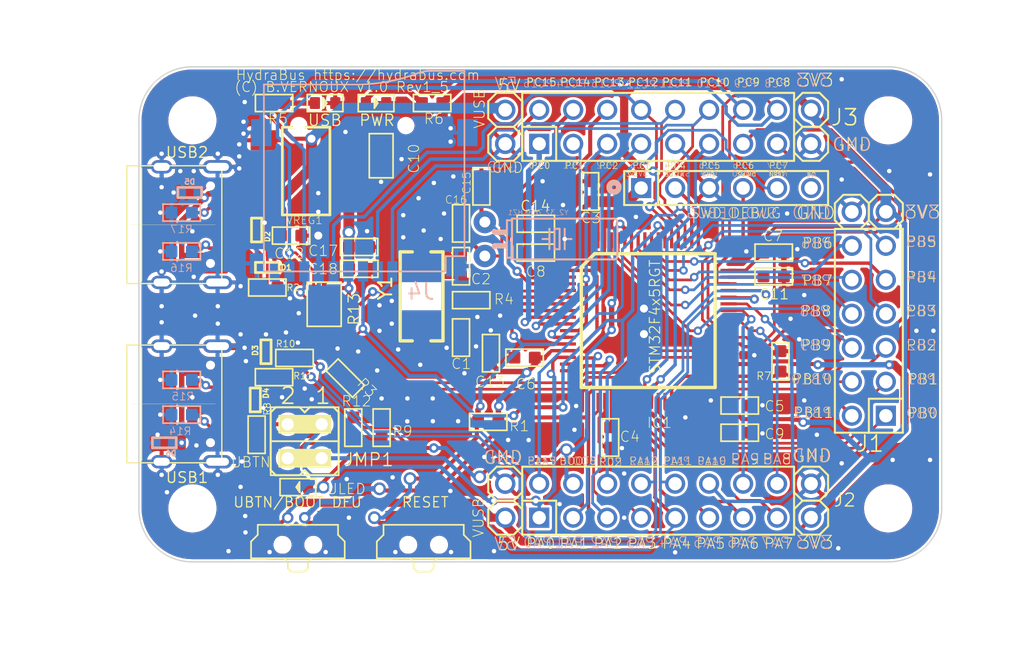
<source format=kicad_pcb>
(kicad_pcb (version 20211014) (generator pcbnew)
  (title_block (title "HydraBus") (date "2023-01-02") (rev "1.0 Rev1.5"))
  (layers (0 "F.Cu" signal "Top") (31 "B.Cu" signal "Bottom") (34 "B.Paste" user) (35 "F.Paste" user) (36 "B.SilkS" user "B.Silkscreen") (37 "F.SilkS" user "F.Silkscreen") (38 "B.Mask" user) (39 "F.Mask" user) (44 "Edge.Cuts" user))
  (net 0 "")
  (net 1 "+3V3")
  (net 2 "GND")
  (net 3 "VBUS")
  (net 4 "Net-(C1-Pad1)")
  (net 5 "/PH0")
  (net 6 "/NRST")
  (net 7 "/USB1D_P")
  (net 8 "/USB1_D+")
  (net 9 "/USB1D_N")
  (net 10 "/USB1_D-")
  (net 11 "Net-(R5-Pad2)")
  (net 12 "/PB9")
  (net 13 "/PB8")
  (net 14 "/BOOT0")
  (net 15 "/PB7")
  (net 16 "/PB6")
  (net 17 "/PB5")
  (net 18 "/PB4")
  (net 19 "/PB3")
  (net 20 "/PD2")
  (net 21 "/PC12")
  (net 22 "/PC11")
  (net 23 "/PC10")
  (net 24 "/PA15")
  (net 25 "/SWD_SWCLK")
  (net 26 "/VCAP_2")
  (net 27 "/SWD_SWDIO")
  (net 28 "/USB0D_P")
  (net 29 "/USB0D_N")
  (net 30 "/PA10")
  (net 31 "/PA9")
  (net 32 "/PA8")
  (net 33 "/PC9")
  (net 34 "/PC8")
  (net 35 "/PC7")
  (net 36 "/PC6")
  (net 38 "/VCAP_1")
  (net 39 "/PB11")
  (net 40 "/PB10")
  (net 41 "/PB2")
  (net 42 "/PB1")
  (net 43 "/PB0")
  (net 44 "/PC5")
  (net 45 "/PC4")
  (net 46 "/PA7")
  (net 47 "/PA6")
  (net 48 "/PA5")
  (net 49 "/PA4")
  (net 50 "/PA3")
  (net 51 "/PA2")
  (net 52 "/PA1")
  (net 53 "/PA0")
  (net 54 "/PC3")
  (net 55 "/PC2")
  (net 56 "/PC1")
  (net 57 "/PC0")
  (net 58 "/PH1")
  (net 59 "/PC15")
  (net 60 "/PC14")
  (net 61 "/PC13")
  (net 62 "/USB0_D-")
  (net 63 "/USB0_D+")
  (net 64 "Net-(JMP1-Pad2)")
  (net 65 "Net-(R8-Pad1)")
  (net 66 "Net-(R12-Pad1)")
  (net 67 "Net-(PWR1-Pad+)")
  (net 74 "Net-(R14-Pad1)")
  (net 75 "Net-(R15-Pad2)")
  (net 76 "Net-(R16-Pad1)")
  (net 77 "Net-(R17-Pad2)")
  (footprint "HydraBus:C0603" (layer "F.Cu") (at 172.3771 88.2396 -90)
    (fp_text reference "C1")
    (fp_text value "18pF")
  )
  (footprint "HydraBus:C0603" (layer "F.Cu") (at 172.3771 82.9056 90)
    (fp_text reference "C2")
    (fp_text value "18pF")
  )
  (footprint "HydraBus:R0603" (layer "F.Cu") (at 174.4091 94.5388)
    (fp_text reference "R1")
    (fp_text value "10K")
  )
  (footprint "HydraBus:C0603" (layer "F.Cu") (at 182.0291 77.3176 90)
    (fp_text reference "C3")
    (fp_text value "100nF")
  )
  (footprint "HydraBus:SOT223" (layer "F.Cu") (at 160.8 75.7936 -90)
    (fp_text reference "VREG1")
    (fp_text value "LD1117AS33TR")
  )
  (footprint "HydraBus:R0603" (layer "F.Cu") (at 157.9 84.5)
    (fp_text reference "R2")
    (fp_text value "22")
  )
  (footprint "HydraBus:R0603" (layer "F.Cu") (at 163.73 91.27 -45)
    (fp_text reference "R3")
    (fp_text value "22")
  )
  (footprint "HydraBus:C0805" (layer "F.Cu") (at 166.4081 74.6506 -90)
    (fp_text reference "C10")
    (fp_text value "10uF")
  )
  (footprint "HydraBus:C0603" (layer "F.Cu") (at 159.6771 80.6196)
    (fp_text reference "C12")
    (fp_text value "100nF")
  )
  (footprint "HydraBus:R0603" (layer "F.Cu") (at 158.4071 70.7136)
    (fp_text reference "R5")
    (fp_text value "3.3K")
  )
  (footprint "HydraBus:R0603" (layer "F.Cu") (at 170.2181 70.7136)
    (fp_text reference "R6")
    (fp_text value "2.2K")
  )
  (footprint "HydraBus:1X01" (layer "F.Cu") (at 201.5871 78.8416 -90)
    (fp_text reference "JP6" hide)
    (fp_text value "GND")
  )
  (footprint "HydraBus:1X01" (layer "F.Cu") (at 198.5391 99.1616 -90)
    (fp_text reference "JP10" hide)
    (fp_text value "GND")
  )
  (footprint "HydraBus:1X01" (layer "F.Cu") (at 198.5391 73.7616 -90)
    (fp_text reference "JP8" hide)
    (fp_text value "GND")
  )
  (footprint "HydraBus:1X01" (layer "F.Cu") (at 198.5421 101.6956 -90)
    (fp_text reference "JP7" hide)
    (fp_text value "3V3")
  )
  (footprint "HydraBus:1X01" (layer "F.Cu") (at 198.5391 71.2216 -90)
    (fp_text reference "JP9" hide)
    (fp_text value "3V3")
  )
  (footprint "HydraBus:1X01" (layer "F.Cu") (at 204.1271 78.8416 -90)
    (fp_text reference "JP11" hide)
    (fp_text value "3V3")
  )
  (footprint "HydraBus:LQFP64" (layer "F.Cu") (at 186.3659 86.9696 -90)
    (fp_text reference "IC1")
    (fp_text value "STM32F4x5RGT")
  )
  (footprint "HydraBus:C0603" (layer "F.Cu") (at 195.7451 81.8896)
    (fp_text reference "C7")
    (fp_text value "100nF")
  )
  (footprint "HydraBus:C0603" (layer "F.Cu") (at 183.5277 95.7072 -90)
    (fp_text reference "C4")
    (fp_text value "100nF")
  )
  (footprint "HydraBus:C0603" (layer "F.Cu") (at 193.2051 93.3196 180)
    (fp_text reference "C5")
    (fp_text value "100nF")
  )
  (footprint "HydraBus:C0603" (layer "F.Cu") (at 177.1269 89.7382 180)
    (fp_text reference "C6")
    (fp_text value "100nF")
  )
  (footprint "HydraBus:C0603" (layer "F.Cu") (at 177.9651 81.8896 180)
    (fp_text reference "C8")
    (fp_text value "100nF")
  )
  (footprint "HydraBus:C0603" (layer "F.Cu") (at 193.2051 95.3516 180)
    (fp_text reference "C9")
    (fp_text value "2.2uF")
  )
  (footprint "HydraBus:C0603" (layer "F.Cu") (at 174.6123 89.408 90)
    (fp_text reference "C13")
    (fp_text value "2.2uF")
  )
  (footprint "HydraBus:M2X6" (layer "F.Cu") (at 202.8571 87.7316 90)
    (fp_text reference "J1")
    (fp_text value "CON_HEADER_2X07" hide)
  )
  (footprint "HydraBus:M2X8" (layer "F.Cu") (at 187.1091 100.4316)
    (fp_text reference "J2")
    (fp_text value "CON_HEADER_2X10" hide)
  )
  (footprint "HydraBus:M2X8" (layer "F.Cu") (at 187.1091 72.4916)
    (fp_text reference "J3")
    (fp_text value "CON_HEADER_2X10" hide)
  )
  (footprint "HydraBus:R0603" (layer "F.Cu") (at 173.1391 85.4456)
    (fp_text reference "R4")
    (fp_text value "220")
  )
  (footprint "HydraBus:1X01" (layer "F.Cu") (at 175.6791 71.2216 180)
    (fp_text reference "JP1" hide)
    (fp_text value "5V")
  )
  (footprint "HydraBus:1X01" (layer "F.Cu") (at 175.6791 73.7616)
    (fp_text reference "JP2" hide)
    (fp_text value "GND")
  )
  (footprint "HydraBus:1X01" (layer "F.Cu") (at 175.6791 99.1616)
    (fp_text reference "JP3" hide)
    (fp_text value "GND")
  )
  (footprint "HydraBus:1X01" (layer "F.Cu") (at 175.6791 101.7016)
    (fp_text reference "JP4" hide)
    (fp_text value "5V")
  )
  (footprint "HydraBus:C0603" (layer "F.Cu") (at 173.9011 76.9366 90)
    (fp_text reference "C15")
    (fp_text value "8pF")
  )
  (footprint "HydraBus:C0603" (layer "F.Cu") (at 172.3771 79.7052 90)
    (fp_text reference "C16")
    (fp_text value "8pF")
  )
  (footprint "HydraBus:R0603" (layer "F.Cu") (at 159.9311 89.7636)
    (fp_text reference "R10")
    (fp_text value "22")
  )
  (footprint "HydraBus:R0603" (layer "F.Cu") (at 158.4 91.2)
    (fp_text reference "R11")
    (fp_text value "22")
  )
  (footprint "HydraBus:JP2Q" (layer "F.Cu") (at 160.6931 95.9866 180)
    (fp_text reference "JMP1")
    (fp_text value "JP2QE" hide)
  )
  (footprint "HydraBus:R0603" (layer "F.Cu") (at 157.1 95.5 90)
    (fp_text reference "R8")
    (fp_text value "2.2K")
  )
  (footprint "HydraBus:R0603" (layer "F.Cu") (at 166.4411 94.9706 90)
    (fp_text reference "R9")
    (fp_text value "10K")
  )
  (footprint "HydraBus:LED0603" (layer "F.Cu") (at 162.2171 70.7136)
    (fp_text reference "USB3" hide)
    (fp_text value "LED")
  )
  (footprint "HydraBus:LED0603" (layer "F.Cu") (at 166.0271 70.7136)
    (fp_text reference "PWR1" hide)
    (fp_text value "LED")
  )
  (footprint "HydraBus:LED0603" (layer "F.Cu") (at 160.1851 99.4156 180)
    (fp_text reference "ULED1" hide)
    (fp_text value "LED")
  )
  (footprint "HydraBus:4P-SMD-7.0X3.5X3.5H-90D" (layer "F.Cu") (at 160.1851 103.7336)
    (fp_text reference "UBTN1" hide)
    (fp_text value "BUTTON-2P-REINFORCE-3100060P1" hide)
  )
  (footprint "HydraBus:2P-2.54" (layer "F.Cu") (at 160.6931 94.7166)
    (fp_text reference "JMP_ULED1" hide)
    (fp_text value "SHORT-JUMPER-2P-3460440P1" hide)
  )
  (footprint "HydraBus:2P-2.54" (layer "F.Cu") (at 160.6931 97.2566)
    (fp_text reference "JMP_UBTN1" hide)
    (fp_text value "SHORT-JUMPER-2P-3460440P1" hide)
  )
  (footprint "HydraBus:R0603" (layer "F.Cu") (at 164.3253 94.9706 90)
    (fp_text reference "R12")
    (fp_text value "10K")
  )
  (footprint "HydraBus:4P-SMD-7.0X3.5X3.5H-90D" (layer "F.Cu") (at 169.5831 103.7336)
    (fp_text reference "RESET1" hide)
    (fp_text value "BUTTON-2P-REINFORCE-3100060P1" hide)
  )
  (footprint "HydraBus:R1206-8" (layer "F.Cu") (at 162.15 85.75 -90)
    (fp_text reference "R13")
    (fp_text value "10K")
  )
  (footprint "HydraBus:C0603" (layer "F.Cu") (at 195.7451 83.6676)
    (fp_text reference "C11")
    (fp_text value "2.2uF")
  )
  (footprint "HydraBus:C0603" (layer "F.Cu") (at 177.9651 79.7306 180)
    (fp_text reference "C14")
    (fp_text value "4.7uF")
  )
  (footprint "HydraBus:M1X6" (layer "F.Cu") (at 185.8391 77.0636)
    (fp_text reference "J5" hide)
    (fp_text value "CON_HEADER_1X06-PTH" hide)
  )
  (footprint "HydraBus:R0603" (layer "F.Cu") (at 196.2531 90.0176 90)
    (fp_text reference "R7")
    (fp_text value "10K")
  )
  (footprint "HydraBus:C0603" (layer "F.Cu") (at 164.76 81.47 180)
    (fp_text reference "C17")
    (fp_text value "2.2uF")
  )
  (footprint "HydraBus:C0603" (layer "F.Cu") (at 164.77 83.1)
    (fp_text reference "C18")
    (fp_text value "100nF")
  )
  (footprint "HydraBus:DP6037_V1" (layer "F.Cu") (at 148.3011 105.0036)
    (fp_text reference "DP6037_V1" hide)
    (fp_text value "DP6037_V1" hide)
    (fp_line (start 4 0) (end 56 0) (layer "Edge.Cuts") (width 0.1))
    (fp_line (start 0 -33) (end 0 -4) (layer "Edge.Cuts") (width 0.1))
    (fp_line (start 60 -4) (end 60 -33) (layer "Edge.Cuts") (width 0.1))
    (fp_line (start 56 -37) (end 4 -37) (layer "Edge.Cuts") (width 0.1))
    (fp_arc (start 60 -4) (mid 58.828427 -1.171573) (end 56 0) (layer "Edge.Cuts") (width 0.1))
    (fp_arc (start 0 -33) (mid 1.171573 -35.828427) (end 4 -37) (layer "Edge.Cuts") (width 0.1))
    (fp_arc (start 4 0) (mid 1.171573 -1.171573) (end 0 -4) (layer "Edge.Cuts") (width 0.1))
    (fp_arc (start 56 -37) (mid 58.828427 -35.828427) (end 60 -33) (layer "Edge.Cuts") (width 0.1))
  )
  (footprint "HydraBus:SMD-5032_2P" (layer "F.Cu") (at 169.43 85.16 -90)
    (fp_text reference "Y1")
    (fp_text value "SMD-5032_2P_8MHz_20ppm_20pF")
  )
  (footprint "HydraBus:TYPE-C-31-M-12" (layer "F.Cu") (at 150 93.2 -90)
    (fp_text reference "USB1")
    (fp_text value "Connector_USB_C_Receptacle_USB2.0")
  )
  (footprint "HydraBus:0402" (layer "F.Cu") (at 157 92.9 -90)
    (fp_text reference "D4")
    (fp_text value "DIODE-TVS-BI" hide)
  )
  (footprint "HydraBus:0402" (layer "F.Cu") (at 157.9 83)
    (fp_text reference "D1")
    (fp_text value "DIODE-TVS-BI" hide)
  )
  (footprint "HydraBus:0402" (layer "F.Cu") (at 157.1 80.2 90)
    (fp_text reference "D2")
    (fp_text value "DIODE-TVS-BI" hide)
  )
  (footprint "HydraBus:0402" (layer "F.Cu") (at 157.8 89.3 90)
    (fp_text reference "D3")
    (fp_text value "DIODE-TVS-BI" hide)
  )
  (footprint "HydraBus:TYPE-C-31-M-12" (layer "F.Cu") (at 150 79.8 -90)
    (fp_text reference "USB2")
    (fp_text value "Connector_USB_C_Receptacle_USB2.0")
  )
  (footprint "HydraBus:TC38H" (layer "B.Cu") (at 174.1551 80.8736 90)
    (fp_text reference "Y2_32.768KHZ1")
    (fp_text value "32.768KHz")
  )
  (footprint "HydraBus:9P-SMD-W-RING" (layer "B.Cu") (at 165.1381 75.8036 90)
    (fp_text reference "J4")
    (fp_text value "MICRO-SDCARD-CONNECTOR-3300060P1")
  )
  (footprint "HydraBus:R0603" (layer "B.Cu") (at 151.5 91.4)
    (fp_text reference "R15")
    (fp_text value "5.1K")
  )
  (footprint "HydraBus:0402" (layer "B.Cu") (at 152.1 77.4 180)
    (fp_text reference "D5")
    (fp_text value "DIODE-TVS-BI" hide)
  )
  (footprint "HydraBus:R0603" (layer "B.Cu") (at 151.5 94 180)
    (fp_text reference "R14")
    (fp_text value "5.1K")
  )
  (footprint "HydraBus:0402" (layer "B.Cu") (at 150.2 96.1 180)
    (fp_text reference "D6")
    (fp_text value "DIODE-TVS-BI" hide)
  )
  (footprint "HydraBus:R0603" (layer "B.Cu") (at 151.5 78.9)
    (fp_text reference "R17")
    (fp_text value "5.1K")
  )
  (footprint "HydraBus:R0603" (layer "B.Cu") (at 151.5 81.8 180)
    (fp_text reference "R16")
    (fp_text value "5.1K")
  )
  (gr_circle (center 183.8071 77.0036) (end 184.166309 77.0036) (layer "B.SilkS") (width 0.4064) (fill none))
  (gr_circle (center 183.8071 77.0036) (end 184.166309 77.0036) (layer "F.SilkS") (width 0.4064) (fill none))
  (gr_text "PC15" (at 179.3113 69.596) (layer "B.SilkS") (effects (font (size 0.57912 0.57912) (thickness 0.048768)) (justify left bottom mirror)))
  (gr_text "PC14" (at 181.7751 69.596) (layer "B.SilkS") (effects (font (size 0.57912 0.57912) (thickness 0.048768)) (justify left bottom mirror)))
  (gr_text "PC13" (at 184.3913 69.596) (layer "B.SilkS") (effects (font (size 0.57912 0.57912) (thickness 0.048768)) (justify left bottom mirror)))
  (gr_text "PC10" (at 192.2653 69.596) (layer "B.SilkS") (effects (font (size 0.57912 0.57912) (thickness 0.048768)) (justify left bottom mirror)))
  (gr_text "PC9" (at 194.5005 69.596) (layer "B.SilkS") (effects (font (size 0.57912 0.57912) (thickness 0.048768)) (justify left bottom mirror)))
  (gr_text "PC8" (at 196.7865 69.596) (layer "B.SilkS") (effects (font (size 0.57912 0.57912) (thickness 0.048768)) (justify left bottom mirror)))
  (gr_text "PC0" (at 178.8795 75.6412) (layer "B.SilkS") (effects (font (size 0.4826 0.4826) (thickness 0.04064)) (justify left bottom mirror)))
  (gr_text "PC1" (at 181.4195 75.6412) (layer "B.SilkS") (effects (font (size 0.4826 0.4826) (thickness 0.04064)) (justify left bottom mirror)))
  (gr_text "PC2" (at 183.9341 75.6412) (layer "B.SilkS") (effects (font (size 0.4826 0.4826) (thickness 0.04064)) (justify left bottom mirror)))
  (gr_text "PC3" (at 186.4487 75.6412) (layer "B.SilkS") (effects (font (size 0.4826 0.4826) (thickness 0.04064)) (justify left bottom mirror)))
  (gr_text "PC4" (at 189.0141 75.6412) (layer "B.SilkS") (effects (font (size 0.4826 0.4826) (thickness 0.04064)) (justify left bottom mirror)))
  (gr_text "PC5" (at 191.5795 75.6412) (layer "B.SilkS") (effects (font (size 0.4826 0.4826) (thickness 0.04064)) (justify left bottom mirror)))
  (gr_text "PC6" (at 194.1195 75.6412) (layer "B.SilkS") (effects (font (size 0.4826 0.4826) (thickness 0.04064)) (justify left bottom mirror)))
  (gr_text "PC7" (at 196.6595 75.6412) (layer "B.SilkS") (effects (font (size 0.4826 0.4826) (thickness 0.04064)) (justify left bottom mirror)))
  (gr_text "NC" (at 198.9709 76.3) (layer "B.SilkS") (effects (font (size 0.4 0.4) (thickness 0.04064)) (justify left bottom mirror)))
  (gr_text "PB5" (at 207.9625 81.534) (layer "B.SilkS") (effects (font (size 0.77216 0.77216) (thickness 0.065024)) (justify left bottom mirror)))
  (gr_text "PB4" (at 207.9625 84.1756) (layer "B.SilkS") (effects (font (size 0.77216 0.77216) (thickness 0.065024)) (justify left bottom mirror)))
  (gr_text "PB3" (at 207.9625 86.7156) (layer "B.SilkS") (effects (font (size 0.77216 0.77216) (thickness 0.065024)) (justify left bottom mirror)))
  (gr_text "PB2" (at 207.9625 89.2556) (layer "B.SilkS") (effects (font (size 0.77216 0.77216) (thickness 0.065024)) (justify left bottom mirror)))
  (gr_text "PB1" (at 207.9625 91.7956) (layer "B.SilkS") (effects (font (size 0.77216 0.77216) (thickness 0.065024)) (justify left bottom mirror)))
  (gr_text "PB0" (at 207.9625 94.3356) (layer "B.SilkS") (effects (font (size 0.77216 0.77216) (thickness 0.065024)) (justify left bottom mirror)))
  (gr_text "PB11" (at 200.1647 94.3102) (layer "B.SilkS") (effects (font (size 0.77216 0.77216) (thickness 0.065024)) (justify left bottom mirror)))
  (gr_text "PB10" (at 200.0885 91.7956) (layer "B.SilkS") (effects (font (size 0.77216 0.77216) (thickness 0.065024)) (justify left bottom mirror)))
  (gr_text "PB9" (at 199.9869 89.2556) (layer "B.SilkS") (effects (font (size 0.77216 0.77216) (thickness 0.065024)) (justify left bottom mirror)))
  (gr_text "PB8" (at 199.9869 86.7156) (layer "B.SilkS") (effects (font (size 0.77216 0.77216) (thickness 0.065024)) (justify left bottom mirror)))
  (gr_text "PB7" (at 200.0885 84.4296) (layer "B.SilkS") (effects (font (size 0.77216 0.77216) (thickness 0.065024)) (justify left bottom mirror)))
  (gr_text "PB6" (at 200.0885 81.6356) (layer "B.SilkS") (effects (font (size 0.77216 0.77216) (thickness 0.065024)) (justify left bottom mirror)))
  (gr_text "PA0" (at 179.2351 103.9876) (layer "B.SilkS") (effects (font (size 0.77216 0.77216) (thickness 0.065024)) (justify left bottom mirror)))
  (gr_text "PA1" (at 181.5719 103.9876) (layer "B.SilkS") (effects (font (size 0.77216 0.77216) (thickness 0.065024)) (justify left bottom mirror)))
  (gr_text "PA2" (at 184.2389 103.9876) (layer "B.SilkS") (effects (font (size 0.77216 0.77216) (thickness 0.065024)) (justify left bottom mirror)))
  (gr_text "PA3" (at 186.9059 103.9876) (layer "B.SilkS") (effects (font (size 0.77216 0.77216) (thickness 0.065024)) (justify left bottom mirror)))
  (gr_text "PA4" (at 189.3951 103.9876) (layer "B.SilkS") (effects (font (size 0.77216 0.77216) (thickness 0.065024)) (justify left bottom mirror)))
  (gr_text "PA5" (at 191.9351 103.9876) (layer "B.SilkS") (effects (font (size 0.77216 0.77216) (thickness 0.065024)) (justify left bottom mirror)))
  (gr_text "PA6" (at 194.4751 103.9876) (layer "B.SilkS") (effects (font (size 0.77216 0.77216) (thickness 0.065024)) (justify left bottom mirror)))
  (gr_text "PA7" (at 197.0151 103.9876) (layer "B.SilkS") (effects (font (size 0.77216 0.77216) (thickness 0.065024)) (justify left bottom mirror)))
  (gr_text "PA9" (at 192.5 96.8756) (layer "B.SilkS") (effects (font (size 0.77216 0.77216) (thickness 0.065024)) (justify right top mirror)))
  (gr_text "PA10" (at 190 97.1296) (layer "B.SilkS") (effects (font (size 0.57912 0.57912) (thickness 0.048768)) (justify right top mirror)))
  (gr_text "PA11" (at 187.3123 97.1296) (layer "B.SilkS") (effects (font (size 0.57912 0.57912) (thickness 0.048768)) (justify right top mirror)))
  (gr_text "PA12" (at 184.9 97.1296) (layer "B.SilkS") (effects (font (size 0.57912 0.57912) (thickness 0.048768)) (justify right top mirror)))
  (gr_text "PD2" (at 182.7 97.2) (layer "B.SilkS") (effects (font (size 0.57912 0.57912) (thickness 0.048768)) (justify right top mirror)))
  (gr_text "PA15" (at 177.3 97.1296) (layer "B.SilkS") (effects (font (size 0.57912 0.57912) (thickness 0.048768)) (justify right top mirror)))
  (gr_text "BOOT0" (at 179.7 97.1296) (layer "B.SilkS") (effects (font (size 0.57912 0.57912) (thickness 0.048768)) (justify right top mirror)))
  (gr_text "PA8" (at 194.9 96.8756) (layer "B.SilkS") (effects (font (size 0.77216 0.77216) (thickness 0.065024)) (justify right top mirror)))
  (gr_text "PC11" (at 189.4713 69.596) (layer "B.SilkS") (effects (font (size 0.57912 0.57912) (thickness 0.048768)) (justify left bottom mirror)))
  (gr_text "PC12" (at 184.6961 68.9864) (layer "B.SilkS") (effects (font (size 0.57912 0.57912) (thickness 0.048768)) (justify right top mirror)))
  (gr_text "GND" (at 191.5541 76.2254) (layer "B.SilkS") (effects (font (size 0.4 0.4) (thickness 0.04064)) (justify left bottom mirror)))
  (gr_text "NRST" (at 196.8119 76.2254) (layer "B.SilkS") (effects (font (size 0.4 0.4) (thickness 0.04064)) (justify left bottom mirror)))
  (gr_text "SWDIO" (at 194.5005 76.2254) (layer "B.SilkS") (effects (font (size 0.4 0.4) (thickness 0.04064)) (justify left bottom mirror)))
  (gr_text "3V3" (at 186.3725 76.2254) (layer "B.SilkS") (effects (font (size 0.4 0.4) (thickness 0.04064)) (justify left bottom mirror)))
  (gr_text "GND" (at 203.1 74.3712) (layer "B.SilkS") (effects (font (size 0.9652 0.9652) (thickness 0.08128)) (justify left bottom mirror)))
  (gr_text "3V3" (at 200.0885 69.5706) (layer "B.SilkS") (effects (font (size 0.9652 0.9652) (thickness 0.08128)) (justify left bottom mirror)))
  (gr_text "SWD_DEBUG" (at 196.0626 79.3877) (layer "B.SilkS") (effects (font (size 0.77216 0.77216) (thickness 0.065024)) (justify left bottom mirror)))
  (gr_text "SWCLK" (at 189.5221 76.2254) (layer "B.SilkS") (effects (font (size 0.4 0.4) (thickness 0.04064)) (justify left bottom mirror)))
  (gr_text "GND" (at 200.0885 79.4766) (layer "B.SilkS") (effects (font (size 0.9652 0.9652) (thickness 0.08128)) (justify left bottom mirror)))
  (gr_text "3V3" (at 208.1911 79.4258) (layer "B.SilkS") (effects (font (size 0.9652 0.9652) (thickness 0.08128)) (justify left bottom mirror)))
  (gr_text "GND" (at 200.0885 97.6376) (layer "B.SilkS") (effects (font (size 0.9652 0.9652) (thickness 0.08128)) (justify left bottom mirror)))
  (gr_text "3V3" (at 200.0885 104.1146) (layer "B.SilkS") (effects (font (size 0.9652 0.9652) (thickness 0.08128)) (justify left bottom mirror)))
  (gr_text "5V" (at 176.6697 69.8754) (layer "B.SilkS") (effects (font (size 0.9652 0.9652) (thickness 0.08128)) (justify left bottom mirror)))
  (gr_text "GND" (at 176.6697 75.946) (layer "B.SilkS") (effects (font (size 0.77216 0.77216) (thickness 0.065024)) (justify left bottom mirror)))
  (gr_text "GND" (at 177 97.7646) (layer "B.SilkS") (effects (font (size 0.9652 0.9652) (thickness 0.08128)) (justify left bottom mirror)))
  (gr_text "5V" (at 176.6443 104.2162) (layer "B.SilkS") (effects (font (size 0.9652 0.9652) (thickness 0.08128)) (justify left bottom mirror)))
  (gr_text "SWD_DEBUG" (at 189.4586 79.3877) (layer "F.SilkS") (effects (font (size 0.77216 0.77216) (thickness 0.065024)) (justify left bottom)))
  (gr_text "UBTN/BOOT DFU" (at 155.3 101) (layer "F.SilkS") (effects (font (size 0.77216 0.77216) (thickness 0.089408)) (justify left bottom)))
  (gr_text "NC" (at 198.202956 76.23884) (layer "F.SilkS") (effects (font (size 0.3 0.3) (thickness 0.04064)) (justify left bottom)))
  (gr_text "PA0" (at 177.2031 104.0876) (layer "F.SilkS") (effects (font (size 0.77216 0.77216) (thickness 0.07)) (justify left bottom)))
  (gr_text "PA1" (at 179.6923 104.0876) (layer "F.SilkS") (effects (font (size 0.77216 0.77216) (thickness 0.07)) (justify left bottom)))
  (gr_text "PA2" (at 182.2323 104.0876) (layer "F.SilkS") (effects (font (size 0.77216 0.77216) (thickness 0.07)) (justify left bottom)))
  (gr_text "PA3" (at 184.7723 104.0876) (layer "F.SilkS") (effects (font (size 0.77216 0.77216) (thickness 0.07)) (justify left bottom)))
  (gr_text "PA4" (at 187.3631 104.0876) (layer "F.SilkS") (effects (font (size 0.77216 0.77216) (thickness 0.07)) (justify left bottom)))
  (gr_text "PA5" (at 189.9031 104.0876) (layer "F.SilkS") (effects (font (size 0.77216 0.77216) (thickness 0.07)) (justify left bottom)))
  (gr_text "PA6" (at 192.4431 104.0876) (layer "F.SilkS") (effects (font (size 0.77216 0.77216) (thickness 0.07)) (justify left bottom)))
  (gr_text "PA7" (at 194.9831 104.0876) (layer "F.SilkS") (effects (font (size 0.77216 0.77216) (thickness 0.07)) (justify left bottom)))
  (gr_text "PA9" (at 194.7291 96.8756) (layer "F.SilkS") (effects (font (size 0.77216 0.77216) (thickness 0.07)) (justify right top)))
  (gr_text "PA8" (at 197.1167 96.8756) (layer "F.SilkS") (effects (font (size 0.77216 0.77216) (thickness 0.07)) (justify right top)))
  (gr_text "PA10" (at 192.2399 97.1296) (layer "F.SilkS") (effects (font (size 0.57912 0.57912) (thickness 0.048768)) (justify right top)))
  (gr_text "PA11" (at 189.6999 97.1296) (layer "F.SilkS") (effects (font (size 0.57912 0.57912) (thickness 0.048768)) (justify right top)))
  (gr_text "PA12" (at 187.1599 97.1296) (layer "F.SilkS") (effects (font (size 0.57912 0.57912) (thickness 0.048768)) (justify right top)))
  (gr_text "PD2" (at 184.4167 97.2058) (layer "F.SilkS") (effects (font (size 0.57912 0.57912) (thickness 0.048768)) (justify right top)))
  (gr_text "PA15" (at 179.5399 97.1296) (layer "F.SilkS") (effects (font (size 0.57912 0.57912) (thickness 0.048768)) (justify right top)))
  (gr_text "HydraBus https://hydrabus.com" (at 155.5 69.05) (layer "F.SilkS") (effects (font (size 0.75 0.75) (thickness 0.065)) (justify left bottom)))
  (gr_text "PB0" (at 205.7 94.3356) (layer "F.SilkS") (effects (font (size 0.77216 0.77216) (thickness 0.07)) (justify left bottom)))
  (gr_text "PB1" (at 205.7 91.8) (layer "F.SilkS") (effects (font (size 0.77216 0.77216) (thickness 0.07)) (justify left bottom)))
  (gr_text "PB2" (at 205.6 89.2556) (layer "F.SilkS") (effects (font (size 0.77216 0.77216) (thickness 0.07)) (justify left bottom)))
  (gr_text "PB3" (at 205.6 86.7) (layer "F.SilkS") (effects (font (size 0.77216 0.77216) (thickness 0.07)) (justify left bottom)))
  (gr_text "PB4" (at 205.6 84.1756) (layer "F.SilkS") (effects (font (size 0.77216 0.77216) (thickness 0.07)) (justify left bottom)))
  (gr_text "PB5" (at 205.6 81.534) (layer "F.SilkS") (effects (font (size 0.77216 0.77216) (thickness 0.07)) (justify left bottom)))
  (gr_text "PB6" (at 197.8311 81.6356) (layer "F.SilkS") (effects (font (size 0.77216 0.77216) (thickness 0.07)) (justify left bottom)))
  (gr_text "PB7" (at 197.8311 84.4296) (layer "F.SilkS") (effects (font (size 0.77216 0.77216) (thickness 0.07)) (justify left bottom)))
  (gr_text "PB8" (at 197.7295 86.7156) (layer "F.SilkS") (effects (font (size 0.77216 0.77216) (thickness 0.07)) (justify left bottom)))
  (gr_text "PB9" (at 197.7295 89.2556) (layer "F.SilkS") (effects (font (size 0.77216 0.77216) (thickness 0.07)) (justify left bottom)))
  (gr_text "PB10" (at 197.0691 91.7956) (layer "F.SilkS") (effects (font (size 0.77216 0.77216) (thickness 0.07)) (justify left bottom)))
  (gr_text "PB11" (at 197.1453 94.3102) (layer "F.SilkS") (effects (font (size 0.77216 0.77216) (thickness 0.07)) (justify left bottom)))
  (gr_text "PC0" (at 177.5841 75.6712) (layer "F.SilkS") (effects (font (size 0.4826 0.4826) (thickness 0.05)) (justify left bottom)))
  (gr_text "PC1" (at 180.1241 75.6712) (layer "F.SilkS") (effects (font (size 0.4826 0.4826) (thickness 0.05)) (justify left bottom)))
  (gr_text "PC2" (at 182.6641 75.6712) (layer "F.SilkS") (effects (font (size 0.4826 0.4826) (thickness 0.05)) (justify left bottom)))
  (gr_text "PC3" (at 185.1533 75.6712) (layer "F.SilkS") (effects (font (size 0.4826 0.4826) (thickness 0.05)) (justify left bottom)))
  (gr_text "PC4" (at 187.720115 75.701566) (layer "F.SilkS") (effects (font (size 0.4826 0.4826) (thickness 0.05)) (justify left bottom)))
  (gr_text "PC5" (at 190.2841 75.6712) (layer "F.SilkS") (effects (font (size 0.4826 0.4826) (thickness 0.05)) (justify left bottom)))
  (gr_text "PC6" (at 192.8241 75.6712) (layer "F.SilkS") (effects (font (size 0.4826 0.4826) (thickness 0.05)) (justify left bottom)))
  (gr_text "PC7" (at 195.3641 75.6712) (layer "F.SilkS") (effects (font (size 0.4826 0.4826) (thickness 0.05)) (justify left bottom)))
  (gr_text "PC15" (at 177.2031 69.496) (layer "F.SilkS") (effects (font (size 0.57912 0.57912) (thickness 0.07)) (justify left bottom)))
  (gr_text "PC14" (at 179.7431 69.496) (layer "F.SilkS") (effects (font (size 0.57912 0.57912) (thickness 0.07)) (justify left bottom)))
  (gr_text "PC13" (at 182.2831 69.496) (layer "F.SilkS") (effects (font (size 0.57912 0.57912) (thickness 0.07)) (justify left bottom)))
  (gr_text "PC12" (at 184.8231 69.496) (layer "F.SilkS") (effects (font (size 0.57912 0.57912) (thickness 0.07)) (justify left bottom)))
  (gr_text "PC11" (at 187.3631 69.496) (layer "F.SilkS") (effects (font (size 0.57912 0.57912) (thickness 0.07)) (justify left bottom)))
  (gr_text "PC10" (at 190.1571 69.496) (layer "F.SilkS") (effects (font (size 0.57912 0.57912) (thickness 0.07)) (justify left bottom)))
  (gr_text "PC9" (at 192.9511 69.496) (layer "F.SilkS") (effects (font (size 0.57912 0.57912) (thickness 0.07)) (justify left bottom)))
  (gr_text "PC8" (at 195.2371 69.496) (layer "F.SilkS") (effects (font (size 0.57912 0.57912) (thickness 0.07)) (justify left bottom)))
  (gr_text "GND" (at 190.4 76.2254) (layer "F.SilkS") (effects (font (size 0.3 0.3) (thickness 0.04064)) (justify left bottom)))
  (gr_text "SWDIO" (at 193 76.2254) (layer "F.SilkS") (effects (font (size 0.3 0.3) (thickness 0.04064)) (justify left bottom)))
  (gr_text "NRST" (at 195.4 76.2254) (layer "F.SilkS") (effects (font (size 0.3 0.3) (thickness 0.04064)) (justify left bottom)))
  (gr_text "SWCLK" (at 187.6 76.2254) (layer "F.SilkS") (effects (font (size 0.3 0.3) (thickness 0.04064)) (justify left bottom)))
  (gr_text "3V3" (at 184.7 76.2254) (layer "F.SilkS") (effects (font (size 0.3 0.3) (thickness 0.04064)) (justify left bottom)))
  (gr_text "VUSB" (at 174.1297 103.2256 90) (layer "F.SilkS") (effects (font (size 0.77216 0.77216) (thickness 0.065024)) (justify left bottom)))
  (gr_text "(C) B.VERNOUX v1.0 Rev1_5" (at 155.4 69.95) (layer "F.SilkS") (effects (font (size 0.75 0.75) (thickness 0.065)) (justify left bottom)))
  (gr_text "VUSB" (at 174.2059 72.6694 90) (layer "F.SilkS") (effects (font (size 0.77216 0.77216) (thickness 0.065024)) (justify left bottom)))
  (gr_text "BOOT0" (at 182.5371 97.1296) (layer "F.SilkS") (effects (font (size 0.57912 0.57912) (thickness 0.048768)) (justify right top)))
  (gr_text "ULED" (at 165.3 99.1) (layer "F.SilkS") (effects (font (size 0.77216 0.77216) (thickness 0.065024)) (justify right top)))
  (gr_text "UBTN" (at 158.2 97.1) (layer "F.SilkS") (effects (font (size 0.77216 0.77216) (thickness 0.065024)) (justify right top)))
  (gr_text "PWR" (at 166.1 72) (layer "F.SilkS") (effects (font (size 0.84455 0.84455) (thickness 0.0929))))
  (gr_text "RESET" (at 167.9 101) (layer "F.SilkS") (effects (font (size 0.77216 0.77216) (thickness 0.089408)) (justify left bottom)))
  (gr_text "USB" (at 162.2 72) (layer "F.SilkS") (effects (font (size 0.84455 0.84455) (thickness 0.0929))))
  (segment (start 184.5691 70.1897) (end 185.2107 69.4436) (width 0.6096) (layer "F.Cu") (net 1))
  (segment (start 181.9021 92.456) (end 182.2917 92.0664) (width 0.254) (layer "F.Cu") (net 1))
  (segment (start 182.2917 92.0664) (end 183.5699 92.0664) (width 0.254) (layer "F.Cu") (net 1))
  (segment (start 183.5699 92.0664) (end 183.6159 92.1124) (width 0.254) (layer "F.Cu") (net 1))
  (segment (start 175.0725 94.7928) (end 175.1711 94.5388) (width 0.4064) (layer "F.Cu") (net 1))
  (segment (start 184.5691 74.4283) (end 184.5691 70.1897) (width 0.6096) (layer "F.Cu") (net 1))
  (segment (start 185.8391 75.6983) (end 184.5691 74.4283) (width 0.6096) (layer "F.Cu") (net 1))
  (segment (start 198.5421 101.6956) (end 197.5201 102.8446) (width 0.3048) (layer "F.Cu") (net 1))
  (segment (start 197.5201 102.8446) (end 182.7911 102.8446) (width 0.3048) (layer "F.Cu") (net 1))
  (segment (start 182.7911 102.8446) (end 181.9021 101.9556) (width 0.3048) (layer "F.Cu") (net 1))
  (segment (start 181.9021 101.9556) (end 181.9021 94.0054) (width 0.254) (layer "F.Cu") (net 1))
  (segment (start 181.9021 94.0054) (end 181.9021 92.456) (width 0.254) (layer "F.Cu") (net 1))
  (segment (start 174.6123 90.17) (end 174.3955 90.258) (width 0.3048) (layer "F.Cu") (net 1))
  (segment (start 181.8513 94.2086) (end 181.9021 94.0054) (width 0.254) (layer "F.Cu") (net 1))
  (segment (start 177.2793 90.8558) (end 177.9769 90.1582) (width 0.4064) (layer "F.Cu") (net 1))
  (segment (start 183.6159 92.1124) (end 183.6159 92.9696) (width 0.254) (layer "F.Cu") (net 1))
  (segment (start 183.6159 92.9696) (end 183.6159 94.769) (width 0.254) (layer "F.Cu") (net 1))
  (segment (start 183.6159 94.769) (end 183.5277 94.9452) (width 0.254) (layer "F.Cu") (net 1))
  (segment (start 182.0291 78.0796) (end 182.2831 77.8256) (width 0.254) (layer "F.Cu") (net 1))
  (segment (start 182.2831 77.8256) (end 182.2831 78.0796) (width 0.254) (layer "F.Cu") (net 1))
  (segment (start 182.5371 87.7316) (end 182.5371 83.6676) (width 0.254) (layer "F.Cu") (net 1))
  (segment (start 184.5691 70.1897) (end 184.5532 70.1897) (width 0.6096) (layer "F.Cu") (net 1))
  (segment (start 184.5532 70.1897) (end 183.8071 69.4436) (width 0.6096) (layer "F.Cu") (net 1))
  (segment (start 198.5391 71.2216) (end 196.7611 69.4436) (width 0.6096) (layer "F.Cu") (net 1))
  (segment (start 196.7611 69.4436) (end 185.2107 69.4436) (width 0.6096) (layer "F.Cu") (net 1))
  (segment (start 178.0023 89.7636) (end 177.8889 89.7382) (width 0.254) (layer "F.Cu") (net 1))
  (segment (start 182.5371 87.7316) (end 181.0491 89.2196) (width 0.254) (layer "F.Cu") (net 1))
  (segment (start 180.3659 83.2196) (end 182.0891 83.2196) (width 0.254) (layer "F.Cu") (net 1))
  (segment (start 190.1159 92.9696) (end 190.1159 93.5324) (width 0.254) (layer "F.Cu") (net 1))
  (segment (start 190.1159 93.5324) (end 190.4111 93.8276) (width 0.254) (layer "F.Cu") (net 1))
  (segment (start 190.4111 93.8276) (end 191.8471 93.8276) (width 0.254) (layer "F.Cu") (net 1))
  (segment (start 197.0733 94.3356) (end 193.3711 94.3356) (width 0.3048) (layer "F.Cu") (net 1))
  (segment (start 193.3711 94.3356) (end 192.4431 93.3196) (width 0.3048) (layer "F.Cu") (net 1))
  (segment (start 178.7271 81.8896) (end 178.8151 82.2316) (width 0.3048) (layer "F.Cu") (net 1))
  (segment (start 182.6159 80.9696) (end 182.6159 78.7544) (width 0.254) (layer "F.Cu") (net 1))
  (segment (start 182.6159 78.7544) (end 182.0291 78.0796) (width 0.254) (layer "F.Cu") (net 1))
  (segment (start 163.7411 75.2856) (end 163.7411 75.6916) (width 0.762) (layer "F.Cu") (net 1))
  (segment (start 163.7411 75.6916) (end 163.8431 75.7936) (width 0.762) (layer "F.Cu") (net 1))
  (segment (start 183.8071 69.4436) (end 172.3381 69.4436) (width 0.6096) (layer "F.Cu") (net 1))
  (segment (start 178.7271 81.8896) (end 178.8151 82.4856) (width 0.4064) (layer "F.Cu") (net 1))
  (segment (start 178.8151 82.4856) (end 179.4891 83.1596) (width 0.3048) (layer "F.Cu") (net 1))
  (segment (start 180.3659 83.2196) (end 179.5491 83.2196) (width 0.254) (layer "F.Cu") (net 1))
  (segment (start 179.5491 83.2196) (end 179.4891 83.1596) (width 0.254) (layer "F.Cu") (net 1))
  (segment (start 163.7411 75.2856) (end 165.2651 73.7616) (width 0.8128) (layer "F.Cu") (net 1))
  (segment (start 165.2651 73.7616) (end 166.4081 73.7616) (width 0.8128) (layer "F.Cu") (net 1))
  (segment (start 192.3659 83.2196) (end 193.6531 83.2196) (width 0.254) (layer "F.Cu") (net 1))
  (segment (start 193.6531 83.2196) (end 194.9831 81.8896) (width 0.254) (layer "F.Cu") (net 1))
  (segment (start 194.9831 80.8736) (end 194.9831 81.8896) (width 0.254) (layer "F.Cu") (net 1))
  (segment (start 175.1995 93.3631) (end 175.1711 93.4617) (width 0.4064) (layer "F.Cu") (net 1))
  (segment (start 175.1711 93.4617) (end 175.1711 94.5388) (width 0.4064) (layer "F.Cu") (net 1))
  (segment (start 191.8471 93.8276) (end 192.3551 93.3196) (width 0.254) (layer "F.Cu") (net 1))
  (segment (start 192.3551 93.3196) (end 192.4431 93.3196) (width 0.254) (layer "F.Cu") (net 1))
  (segment (start 197.9419 94.5692) (end 197.5813 94.3356) (width 0.4064) (layer "F.Cu") (net 1))
  (segment (start 197.5813 94.3356) (end 197.0733 94.3356) (width 0.4064) (layer "F.Cu") (net 1))
  (segment (start 178.7271 79.7306) (end 178.7271 81.8896) (width 0.4064) (layer "F.Cu") (net 1))
  (segment (start 162.3441 102.0826) (end 160.9471 102.0826) (width 0.3048) (layer "F.Cu") (net 1))
  (segment (start 160.9471 102.0826) (end 160.6931 101.7016) (width 0.3048) (layer "F.Cu") (net 1))
  (segment (start 175.0725 94.7928) (end 175.0725 95.1962) (width 0.3048) (layer "F.Cu") (net 1))
  (segment (start 175.0725 95.1962) (end 170.5991 99.6696) (width 0.3048) (layer "F.Cu") (net 1))
  (segment (start 163.8681 75.8186) (end 163.8431 75.7936) (width 0.4064) (layer "F.Cu") (net 1))
  (segment (start 174.3955 90.258) (end 174.6495 90.258) (width 0.254) (layer "F.Cu") (net 1))
  (segment (start 177.2031 90.7796) (end 177.2793 90.8558) (width 0.254) (layer "F.Cu") (net 1))
  (segment (start 166.4081 73.7616) (end 168.9481 73.7616) (width 0.8128) (layer "F.Cu") (net 1))
  (segment (start 168.9481 73.7616) (end 170.9801 71.7296) (width 0.8128) (layer "F.Cu") (net 1))
  (segment (start 170.9801 71.7296) (end 170.9801 70.7136) (width 0.8128) (layer "F.Cu") (net 1))
  (segment (start 172.3381 69.4436) (end 170.9801 70.7136) (width 0.6096) (layer "F.Cu") (net 1))
  (segment (start 182.0291 78.0796) (end 180.3781 79.7306) (width 0.4064) (layer "F.Cu") (net 1))
  (segment (start 180.3781 79.7306) (end 178.7271 79.7306) (width 0.4064) (layer "F.Cu") (net 1))
  (segment (start 182.0891 83.2196) (end 182.5371 83.6676) (width 0.254) (layer "F.Cu") (net 1))
  (segment (start 202.9841 79.9846) (end 204.1271 78.8416) (width 0.254) (layer "F.Cu") (net 1))
  (segment (start 202.9841 79.9846) (end 195.8721 79.9846) (width 0.254) (layer "F.Cu") (net 1))
  (segment (start 195.8721 79.9846) (end 194.9831 80.8736) (width 0.254) (layer "F.Cu") (net 1))
  (segment (start 185.8391 75.6983) (end 185.8391 77.0636) (width 0.6096) (layer "F.Cu") (net 1))
  (segment (start 180.3659 89.2196) (end 181.0491 89.2196) (width 0.254) (layer "F.Cu") (net 1))
  (segment (start 175.0725 94.7928) (end 176.8729 94.7928) (width 0.4064) (layer "F.Cu") (net 1))
  (segment (start 176.8729 94.7928) (end 177.4571 94.2086) (width 0.4064) (layer "F.Cu") (net 1))
  (segment (start 177.4571 94.2086) (end 181.8513 94.2086) (width 0.3048) (layer "F.Cu") (net 1))
  (segment (start 182.0291 78.0796) (end 184.8231 78.0796) (width 0.8128) (layer "F.Cu") (net 1))
  (segment (start 184.8231 78.0796) (end 185.8391 77.0636) (width 0.8128) (layer "F.Cu") (net 1))
  (segment (start 177.2031 90.7796) (end 175.2219 90.7796) (width 0.4064) (layer "F.Cu") (net 1))
  (segment (start 175.2219 90.7796) (end 174.6123 90.17) (width 0.4064) (layer "F.Cu") (net 1))
  (segment (start 178.0023 89.7636) (end 178.6001 89.7636) (width 0.4064) (layer "F.Cu") (net 1))
  (segment (start 178.6001 89.7636) (end 178.9811 89.3826) (width 0.3048) (layer "F.Cu") (net 1))
  (segment (start 170.5991 99.6696) (end 166.4081 99.6696) (width 0.3048) (layer "F.Cu") (net 1))
  (segment (start 166.4081 99.6696) (end 166.2811 99.5426) (width 0.3048) (layer "F.Cu") (net 1))
  (segment (start 163.9951 83.4136) (end 163.9951 84.5566) (width 0.3048) (layer "F.Cu") (net 1))
  (segment (start 163.9951 80.3656) (end 163.9951 81.6356) (width 0.8128) (layer "F.Cu") (net 1))
  (segment (start 163.9951 83.2866) (end 163.9951 83.4136) (width 0.8128) (layer "F.Cu") (net 1))
  (segment (start 163.9951 83.2866) (end 163.9951 81.6356) (width 0.8128) (layer "F.Cu") (net 1))
  (segment (start 163.9951 80.3656) (end 163.9951 75.9456) (width 0.8128) (layer "F.Cu") (net 1))
  (segment (start 163.9951 75.9456) (end 163.8431 75.7936) (width 0.8128) (layer "F.Cu") (net 1))
  (segment (start 163.9951 85.041533) (end 163.676633 85.36) (width 0.3048) (layer "F.Cu") (net 1))
  (segment (start 163.6168 86.15) (end 163.68 86.15) (width 0.3048) (layer "F.Cu") (net 1))
  (segment (start 163.676633 85.36) (end 162.93 85.36) (width 0.3048) (layer "F.Cu") (net 1))
  (segment (start 180.3659 89.2196) (end 179.137095 89.2196) (width 0.254) (layer "F.Cu") (net 1))
  (segment (start 163.676633 85.36) (end 163.676633 85.893367) (width 0.3048) (layer "F.Cu") (net 1))
  (segment (start 163.676633 86.653367) (end 163.38 86.95) (width 0.3048) (layer "F.Cu") (net 1))
  (segment (start 163.676633 85.893367) (end 163.68 86.15) (width 0.3048) (layer "F.Cu") (net 1))
  (segment (start 163.982 84.5435) (end 163.9951 84.5566) (width 0.3048) (layer "F.Cu") (net 1))
  (segment (start 179.137095 89.2196) (end 178.963719 89.392976) (width 0.254) (layer "F.Cu") (net 1))
  (segment (start 163.9951 84.5566) (end 163.9951 85.041533) (width 0.3048) (layer "F.Cu") (net 1))
  (segment (start 162.912 86.131) (end 163.5978 86.131) (width 0.3048) (layer "F.Cu") (net 1))
  (segment (start 163.38 86.95) (end 162.91 86.95) (width 0.3048) (layer "F.Cu") (net 1))
  (segment (start 162.912 84.5435) (end 163.982 84.5435) (width 0.3048) (layer "F.Cu") (net 1))
  (segment (start 163.5978 86.131) (end 163.6168 86.15) (width 0.3048) (layer "F.Cu") (net 1))
  (segment (start 163.68 86.15) (end 163.676633 86.653367) (width 0.3048) (layer "F.Cu") (net 1))
  (via (at 197.9419 94.5692) (size 0.7112) (drill 0.4064) (layers "F.Cu" "B.Cu") (net 1))
  (via (at 177.2793 90.8558) (size 0.7112) (drill 0.4064) (layers "F.Cu" "B.Cu") (net 1))
  (via (at 175.1995 93.3631) (size 0.7112) (drill 0.4064) (layers "F.Cu" "B.Cu") (net 1))
  (via (at 160.6931 101.7016) (size 0.8556) (drill 0.5) (layers "F.Cu" "B.Cu") (net 1))
  (via (at 166.2811 99.5426) (size 0.9556) (drill 0.6) (layers "F.Cu" "B.Cu") (net 1))
  (via (at 163.9951 80.3656) (size 0.9556) (drill 0.6) (layers "F.Cu" "B.Cu") (net 1))
  (via (at 163.9951 84.5566) (size 0.6858) (drill 0.3302) (layers "F.Cu" "B.Cu") (net 1))
  (segment (start 204.1271 78.8416) (end 204.6351 78.8416) (width 0.4064) (layer "B.Cu") (net 1))
  (segment (start 204.6351 78.8416) (end 205.5241 79.7306) (width 0.4064) (layer "B.Cu") (net 1))
  (segment (start 198.5421 101.6956) (end 198.5451 101.6956) (width 0.6096) (layer "B.Cu") (net 1))
  (segment (start 198.5451 101.6956) (end 202.8571 97.2566) (width 0.6096) (layer "B.Cu") (net 1))
  (segment (start 198.5391 71.2216) (end 198.5391 71.6026) (width 0.8128) (layer "B.Cu") (net 1))
  (segment (start 198.5391 71.6026) (end 204.1271 77.1906) (width 0.6096) (layer "B.Cu") (net 1))
  (segment (start 204.1271 77.1906) (end 204.1271 78.8416) (width 0.8128) (layer "B.Cu") (net 1))
  (segment (start 202.8571 97.2566) (end 200.0427 94.5692) (width 0.4064) (layer "B.Cu") (net 1))
  (segment (start 200.0427 94.5692) (end 197.9419 94.5692) (width 0.4064) (layer "B.Cu") (net 1))
  (segment (start 163.9951 84.5566) (end 163.9951 83.3296) (width 0.254) (layer "B.Cu") (net 1))
  (segment (start 163.9951 83.3296) (end 163.9521 83.2966) (width 0.254) (layer "B.Cu") (net 1))
  (segment (start 175.1995 93.3631) (end 175.1995 92.9356) (width 0.4064) (layer "B.Cu") (net 1))
  (segment (start 175.1995 92.9356) (end 177.2793 90.8558) (width 0.4064) (layer "B.Cu") (net 1))
  (segment (start 205.5241 94.8436) (end 205.5241 79.7306) (width 0.4064) (layer "B.Cu") (net 1))
  (segment (start 163.9521 83.2966) (end 163.9521 80.2816) (width 0.6096) (layer "B.Cu") (net 1))
  (segment (start 163.9521 80.2816) (end 163.9951 80.3656) (width 0.6096) (layer "B.Cu") (net 1))
  (segment (start 202.8571 97.2566) (end 203.3651 97.2566) (width 0.6096) (layer "B.Cu") (net 1))
  (segment (start 203.3651 97.2566) (end 205.5241 95.0976) (width 0.6096) (layer "B.Cu") (net 1))
  (segment (start 205.5241 94.8436) (end 205.5241 95.0976) (width 0.6096) (layer "B.Cu") (net 1))
  (segment (start 161.87 100.52) (end 164.13 100.52) (width 0.4064) (layer "B.Cu") (net 1))
  (segment (start 166.2811 99.5426) (end 165.1074 99.5426) (width 0.4064) (layer "B.Cu") (net 1))
  (segment (start 160.6931 101.7016) (end 161.120899 101.273801) (width 0.4064) (layer "B.Cu") (net 1))
  (segment (start 165.1074 99.5426) (end 164.13 100.52) (width 0.4064) (layer "B.Cu") (net 1))
  (segment (start 161.120899 101.269101) (end 161.87 100.52) (width 0.4064) (layer "B.Cu") (net 1))
  (segment (start 161.120899 101.273801) (end 161.120899 101.269101) (width 0.4064) (layer "B.Cu") (net 1))
  (segment (start 183.1159 92.9696) (end 183.1159 93.8076) (width 0.2032) (layer "F.Cu") (net 2))
  (segment (start 182.6895 96.012) (end 182.6895 94.234) (width 0.2032) (layer "F.Cu") (net 2))
  (segment (start 183.1159 80.9696) (end 183.1159 82.2144) (width 0.2032) (layer "F.Cu") (net 2))
  (segment (start 183.1159 82.2144) (end 183.2991 82.3976) (width 0.2032) (layer "F.Cu") (net 2))
  (segment (start 183.5277 96.4692) (end 183.2347 96.5572) (width 0.2032) (layer "F.Cu") (net 2))
  (segment (start 183.2347 96.5572) (end 182.6895 96.012) (width 0.254) (layer "F.Cu") (net 2))
  (segment (start 183.2991 82.3976) (end 183.2991 83.7084) (width 0.4064) (layer "F.Cu") (net 2))
  (segment (start 183.2991 83.7084) (end 186.047 86.0753) (width 0.4064) (layer "F.Cu") (net 2))
  (segment (start 183.1159 80.9696) (end 183.1159 79.9528) (width 0.254) (layer "F.Cu") (net 2))
  (segment (start 183.1159 93.8076) (end 182.6895 94.234) (width 0.2032) (layer "F.Cu") (net 2))
  (segment (start 172.3771 82.1436) (end 172.2501 82.1436) (width 0.4064) (layer "F.Cu") (net 2))
  (segment (start 172.2501 82.1436) (end 171.2341 81.1276) (width 0.4064) (layer "F.Cu") (net 2))
  (segment (start 204.3811 75.7936) (end 203.6953 75.6412) (width 0.2032) (layer "F.Cu") (net 2))
  (segment (start 203.6953 75.6412) (end 201.2823 73.2282) (width 0.254) (layer "F.Cu") (net 2))
  (segment (start 201.2823 73.2282) (end 201.3331 73.2536) (width 0.2032) (layer "F.Cu") (net 2))
  (segment (start 201.3331 73.2536) (end 201.2061 73.1266) (width 0.2032) (layer "F.Cu") (net 2))
  (segment (start 204.6351 97.3836) (end 203.7461 97.3836) (width 0.254) (layer "F.Cu") (net 2))
  (segment (start 201.2061 99.9236) (end 201.2061 100.3046) (width 0.254) (layer "F.Cu") (net 2))
  (segment (start 201.2061 100.3046) (end 200.9521 100.5586) (width 0.254) (layer "F.Cu") (net 2))
  (segment (start 200.9521 100.5586) (end 200.9521 103.6066) (width 0.254) (layer "F.Cu") (net 2))
  (segment (start 200.9521 103.6066) (end 200.5711 103.9876) (width 0.254) (layer "F.Cu") (net 2))
  (segment (start 196.5071 83.6676) (end 196.5071 81.8896) (width 0.4064) (layer "F.Cu") (net 2))
  (segment (start 194.2973 89.5604) (end 195.4403 89.5604) (width 0.3048) (layer "F.Cu") (net 2))
  (segment (start 195.4403 89.5604) (end 195.6181 89.3826) (width 0.3048) (layer "F.Cu") (net 2))
  (segment (start 195.6181 89.3826) (end 196.1261 89.3826) (width 0.4064) (layer "F.Cu") (net 2))
  (segment (start 196.1261 89.3826) (end 196.2531 89.2556) (width 0.4064) (layer "F.Cu") (net 2))
  (segment (start 183.1159 79.9528) (end 183.1159 79.7868) (width 0.3048) (layer "F.Cu") (net 2))
  (segment (start 183.1159 79.7868) (end 183.9341 78.9686) (width 0.3048) (layer "F.Cu") (net 2))
  (segment (start 183.9341 78.9686) (end 185.4466 78.9686) (width 0.3048) (layer "F.Cu") (net 2))
  (segment (start 185.4466 78.9686) (end 185.4463 79.2223) (width 0.3048) (layer "F.Cu") (net 2))
  (segment (start 201.2061 99.9236) (end 201.2061 99.7966) (width 0.2032) (layer "F.Cu") (net 2))
  (segment (start 201.2061 99.7966) (end 203.2381 97.7646) (width 0.2032) (layer "F.Cu") (net 2))
  (segment (start 203.2381 97.7646) (end 203.3651 97.7646) (width 0.2032) (layer "F.Cu") (net 2))
  (segment (start 203.3651 97.7646) (end 203.7461 97.3836) (width 0.2032) (layer "F.Cu") (net 2))
  (segment (start 155 90) (end 156.3 90) (width 0.4064) (layer "F.Cu") (net 2))
  (segment (start 162.26 104.27) (end 162.26 103.810381) (width 0.4064) (layer "F.Cu") (net 2))
  (segment (start 158.394999 104.594999) (end 158.07 104.27) (width 0.4064) (layer "F.Cu") (net 2))
  (segment (start 155.775 96.5) (end 155.975 96.7) (width 0.508) (layer "F.Cu") (net 2))
  (segment (start 152.6 96.3) (end 152.8 96.3) (width 0.3048) (layer "F.Cu") (net 2))
  (segment (start 167.149783 103.327201) (end 165.620701 103.327201) (width 0.4064) (layer "F.Cu") (net 2))
  (segment (start 153.1 96.6) (end 155.2 96.6) (width 0.3048) (layer "F.Cu") (net 2))
  (segment (start 176.3649 89.7382) (end 176.3649 89.1351) (width 0.254) (layer "F.Cu") (net 2))
  (segment (start 157.751783 103.327201) (end 158.07 103.645418) (width 0.4064) (layer "F.Cu") (net 2))
  (segment (start 161.935001 104.594999) (end 158.394999 104.594999) (width 0.4064) (layer "F.Cu") (net 2))
  (segment (start 158.07 103.810381) (end 158.07 104.27) (width 0.4064) (layer "F.Cu") (net 2))
  (segment (start 152.8 96.3) (end 153.1 96.6) (width 0.3048) (layer "F.Cu") (net 2))
  (segment (start 174.312581 103.377999) (end 171.965619 103.377999) (width 0.4064) (layer "F.Cu") (net 2))
  (segment (start 171.305001 104.594999) (end 171.63 104.27) (width 0.4064) (layer "F.Cu") (net 2))
  (segment (start 155.9 83.3) (end 155.9 84.4) (width 0.508) (layer "F.Cu") (net 2))
  (segment (start 155.6 83) (end 155.9 83.3) (width 0.508) (layer "F.Cu") (net 2))
  (segment (start 155.1 96.5) (end 155.775 96.5) (width 0.508) (layer "F.Cu") (net 2))
  (segment (start 171.63 103.713618) (end 171.63 103.810381) (width 0.4064) (layer "F.Cu") (net 2))
  (segment (start 162.74318 103.327201) (end 163.327081 103.327201) (width 0.4064) (layer "F.Cu") (net 2))
  (segment (start 171.63 103.810381) (end 171.63 104.27) (width 0.4064) (layer "F.Cu") (net 2))
  (segment (start 155.825 88.925) (end 156.3 89.4) (width 0.508) (layer "F.Cu") (net 2))
  (segment (start 152.4 83.7) (end 152.8 83.3) (width 0.3048) (layer "F.Cu") (net 2))
  (segment (start 174.8409 104.1908) (end 174.434501 103.784401) (width 0.4064) (layer "F.Cu") (net 2))
  (segment (start 156.3 89.4) (end 156.3 90) (width 0.508) (layer "F.Cu") (net 2))
  (segment (start 174.434501 103.499919) (end 174.312581 103.377999) (width 0.4064) (layer "F.Cu") (net 2))
  (segment (start 163.9951 102.659182) (end 163.9951 102.276336) (width 0.4064) (layer "F.Cu") (net 2))
  (segment (start 158.07 103.645418) (end 158.07 103.810381) (width 0.4064) (layer "F.Cu") (net 2))
  (segment (start 167.794999 104.594999) (end 171.305001 104.594999) (width 0.4064) (layer "F.Cu") (net 2))
  (segment (start 167.47 103.647418) (end 167.149783 103.327201) (width 0.4064) (layer "F.Cu") (net 2))
  (segment (start 155 83) (end 155.6 83) (width 0.508) (layer "F.Cu") (net 2))
  (segment (start 154.8 83.3) (end 155 83.1) (width 0.3048) (layer "F.Cu") (net 2))
  (segment (start 176.7804 88.7196) (end 180.3659 88.7196) (width 0.254) (layer "F.Cu") (net 2))
  (segment (start 167.47 104.27) (end 167.47 103.647418) (width 0.4064) (layer "F.Cu") (net 2))
  (segment (start 176.3649 89.1351) (end 176.7804 88.7196) (width 0.254) (layer "F.Cu") (net 2))
  (segment (start 164.401499 102.107999) (end 163.9951 101.7016) (width 0.4064) (layer "F.Cu") (net 2))
  (segment (start 162.26 103.810381) (end 162.74318 103.327201) (width 0.4064) (layer "F.Cu") (net 2))
  (segment (start 167.47 104.27) (end 167.794999 104.594999) (width 0.4064) (layer "F.Cu") (net 2))
  (segment (start 155.1 88.925) (end 155.825 88.925) (width 0.508) (layer "F.Cu") (net 2))
  (segment (start 152.8 83.3) (end 154.8 83.3) (width 0.3048) (layer "F.Cu") (net 2))
  (segment (start 174.434501 103.784401) (end 174.434501 103.499919) (width 0.4064) (layer "F.Cu") (net 2))
  (segment (start 163.9951 102.276336) (end 163.9951 101.7016) (width 0.4064) (layer "F.Cu") (net 2))
  (segment (start 165.620701 103.327201) (end 164.401499 102.107999) (width 0.4064) (layer "F.Cu") (net 2))
  (segment (start 163.327081 103.327201) (end 163.9951 102.659182) (width 0.4064) (layer "F.Cu") (net 2))
  (segment (start 171.965619 103.377999) (end 171.63 103.713618) (width 0.4064) (layer "F.Cu") (net 2))
  (segment (start 156 96.7) (end 156 97.5) (width 0.508) (layer "F.Cu") (net 2))
  (segment (start 162.26 104.27) (end 161.935001 104.594999) (width 0.4064) (layer "F.Cu") (net 2))
  (segment (start 156.2656 102.8017) (end 156.791101 103.327201) (width 0.4064) (layer "F.Cu") (net 2))
  (segment (start 155.975 96.7) (end 156 96.725) (width 0.508) (layer "F.Cu") (net 2))
  (segment (start 156.791101 103.327201) (end 157.751783 103.327201) (width 0.4064) (layer "F.Cu") (net 2))
  (via (at 186.047 86.0753) (size 0.8128) (drill 0.6) (layers "F.Cu" "B.Cu") (net 2))
  (via (at 179.7431 100.6856) (size 0.8128) (drill 0.3302) (layers "F.Cu" "B.Cu") (net 2))
  (via (at 200.8251 97.6376) (size 0.8128) (drill 0.3302) (layers "F.Cu" "B.Cu") (net 2))
  (via (at 197.5113 81.6353) (size 0.8128) (drill 0.3302) (layers "F.Cu" "B.Cu") (net 2))
  (via (at 197.0038 86.8339) (size 0.635) (drill 0.3302) (layers "F.Cu" "B.Cu") (net 2))
  (via (at 175.8998 95.8929) (size 0.8128) (drill 0.3302) (layers "F.Cu" "B.Cu") (net 2))
  (via (at 207.4291 76.0476) (size 0.8128) (drill 0.3302) (layers "F.Cu" "B.Cu") (net 2))
  (via (at 167.9321 74.9046) (size 0.8128) (drill 0.3302) (layers "F.Cu" "B.Cu") (net 2))
  (via (at 174.6 87.7) (size 0.8128) (drill 0.3302) (layers "F.Cu" "B.Cu") (net 2))
  (via (at 207.4291 97.3836) (size 0.8128) (drill 0.3302) (layers "F.Cu" "B.Cu") (net 2))
  (via (at 155.8 73.8) (size 0.8128) (drill 0.3302) (layers "F.Cu" "B.Cu") (net 2))
  (via (at 198.0311 92.9386) (size 0.635) (drill 0.3302) (layers "F.Cu" "B.Cu") (net 2))
  (via (at 178.4731 76.5556) (size 0.8128) (drill 0.3302) (layers "F.Cu" "B.Cu") (net 2))
  (via (at 179.9971 78.3336) (size 0.8128) (drill 0.3302) (layers "F.Cu" "B.Cu") (net 2))
  (via (at 200.8251 76.4286) (size 0.8128) (drill 0.3302) (layers "F.Cu" "B.Cu") (net 2))
  (via (at 184.5691 98.3996) (size 0.635) (drill 0.3302) (layers "F.Cu" "B.Cu") (net 2))
  (via (at 171.3 89.0016) (size 0.8128) (drill 0.3302) (layers "F.Cu" "B.Cu") (net 2))
  (via (at 197.6501 88.3666) (size 0.635) (drill 0.3302) (layers "F.Cu" "B.Cu") (net 2))
  (via (at 163.7411 72.8726) (size 0.8128) (drill 0.3302) (layers "F.Cu" "B.Cu") (net 2))
  (via (at 200.5711 103.9876) (size 0.8128) (drill 0.3302) (layers "F.Cu" "B.Cu") (net 2))
  (via (at 200.8251 68.9356) (size 0.8128) (drill 0.3302) (layers "F.Cu" "B.Cu") (net 2))
  (via (at 150.4 99.8) (size 0.8128) (drill 0.3302) (layers "F.Cu" "B.Cu") (net 2))
  (via (at 180.1241 80.8736) (size 0.8128) (drill 0.3302) (layers "F.Cu" "B.Cu") (net 2))
  (via (at 198.9709 95.504) (size 0.635) (drill 0.3302) (layers "F.Cu" "B.Cu") (net 2))
  (via (at 184.5691 101.7016) (size 0.635) (drill 0.3302) (layers "F.Cu" "B.Cu") (net 2))
  (via (at 204.3811 75.7936) (size 0.8128) (drill 0.3302) (layers "F.Cu" "B.Cu") (net 2))
  (via (at 156.1211 72.1106) (size 0.8128) (drill 0.3302) (layers "F.Cu" "B.Cu") (net 2))
  (via (at 166.2811 87.7316) (size 0.8128) (drill 0.3302) (layers "F.Cu" "B.Cu") (net 2))
  (via (at 163.9951 101.7016) (size 0.8128) (drill 0.3302) (layers "F.Cu" "B.Cu") (net 2))
  (via (at 151.4 75.8) (size 0.8128) (drill 0.3302) (layers "F.Cu" "B.Cu") (net 2))
  (via (at 204.6351 97.3836) (size 0.8128) (drill 0.3302) (layers "F.Cu" "B.Cu") (net 2))
  (via (at 206.4131 87.7316) (size 0.8128) (drill 0.3302) (layers "F.Cu" "B.Cu") (net 2))
  (via (at 159.2961 87.8586) (size 0.8128) (drill 0.3302) (layers "F.Cu" "B.Cu") (net 2))
  (via (at 161.7091 80.6196) (size 0.8128) (drill 0.6) (layers "F.Cu" "B.Cu") (net 2))
  (via (at 171.1071 78.9686) (size 0.8128) (drill 0.3302) (layers "F.Cu" "B.Cu") (net 2))
  (via (at 169.5831 80.2386) (size 0.8128) (drill 0.3302) (layers "F.Cu" "B.Cu") (net 2))
  (via (at 167.6781 89.1286) (size 0.8128) (drill 0.3302) (layers "F.Cu" "B.Cu") (net 2))
  (via (at 169.3291 90.2716) (size 0.8128) (drill 0.3302) (layers "F.Cu" "B.Cu") (net 2))
  (via (at 156.2481 101.5746) (size 0.8128) (drill 0.3302) (layers "F.Cu" "B.Cu") (net 2))
  (via (at 186.047 87.9803) (size 0.8128) (drill 0.6) (layers "F.Cu" "B.Cu") (net 2))
  (via (at 155.8 74.7) (size 0.8128) (drill 0.3302) (layers "F.Cu" "B.Cu") (net 2))
  (via (at 160.6931 92.0496) (size 0.8128) (drill 0.3302) (layers "F.Cu" "B.Cu") (net 2))
  (via (at 161.22 92.85) (size 0.8128) (drill 0.3302) (layers "F.Cu" "B.Cu") (net 2))
  (via (at 156.3 90) (size 0.8128) (drill 0.3302) (layers "F.Cu" "B.Cu") (net 2))
  (via (at 159 92.7) (size 0.8128) (drill 0.3302) (layers "F.Cu" "B.Cu") (net 2))
  (via (at 168.0591 80.7466) (size 0.8128) (drill 0.3302) (layers "F.Cu" "B.Cu") (net 2))
  (via (at 168.0591 79.0956) (size 0.8128) (drill 0.3302) (layers "F.Cu" "B.Cu") (net 2))
  (via (at 169.2021 77.8256) (size 0.8128) (drill 0.3302) (layers "F.Cu" "B.Cu") (net 2))
  (via (at 170.3451 76.6826) (size 0.8128) (drill 0.3302) (layers "F.Cu" "B.Cu") (net 2))
  (via (at 170.8531 80.8736) (size 0.8128) (drill 0.3302) (layers "F.Cu" "B.Cu") (net 2))
  (via (at 207.6831 87.7316) (size 0.8128) (drill 0.3302) (layers "F.Cu" "B.Cu") (net 2))
  (via (at 194.2973 89.5604) (size 0.635) (drill 0.3302) (layers "F.Cu" "B.Cu") (net 2))
  (via (at 198.0311 85.0646) (size 0.635) (drill 0.3302) (layers "F.Cu" "B.Cu") (net 2))
  (via (at 188.3791 104.2924) (size 0.635) (drill 0.3302) (layers "F.Cu" "B.Cu") (net 2))
  (via (at 174.8409 104.2) (size 0.8128) (drill 0.3302) (layers "F.Cu" "B.Cu") (net 2))
  (via (at 160.1851 88.6206) (size 0.635) (drill 0.3302) (layers "F.Cu" "B.Cu") (net 2))
  (via (at 180.8528 95.1309) (size 0.8128) (drill 0.3302) (layers "F.Cu" "B.Cu") (net 2))
  (via (at 185.4463 79.2223) (size 0.8128) (drill 0.3302) (layers "F.Cu" "B.Cu") (net 2))
  (via (at 196.7493 78.9683) (size 0.8128) (drill 0.3302) (layers "F.Cu" "B.Cu") (net 2))
  (via (at 191.0461 92.9386) (size 0.635) (drill 0.3302) (layers "F.Cu" "B.Cu") (net 2))
  (via (at 189.1411 94.2086) (size 0.635) (drill 0.3302) (layers "F.Cu" "B.Cu") (net 2))
  (via (at 166.2811 85.8266) (size 0.635) (drill 0.3302) (layers "F.Cu" "B.Cu") (net 2))
  (via (at 180.9798 93.3529) (size 0.8128) (drill 0.3302) (layers "F.Cu" "B.Cu") (net 2))
  (via (at 174.1218 97.1629) (size 0.8128) (drill 0.3302) (layers "F.Cu" "B.Cu") (net 2))
  (via (at 171.5818 99.7029) (size 0.8128) (drill 0.3302) (layers "F.Cu" "B.Cu") (net 2))
  (via (at 167.2638 98.6869) (size 0.8128) (drill 0.3302) (layers "F.Cu" "B.Cu") (net 2))
  (via (at 163.8348 98.8139) (size 0.8128) (drill 0.3302) (layers "F.Cu" "B.Cu") (net 2))
  (via (at 156.2656 102.8017) (size 0.8128) (drill 0.3302) (layers "F.Cu" "B.Cu") (net 2))
  (via (at 172.6311 90.9066) (size 0.8128) (drill 0.3302) (layers "F.Cu" "B.Cu") (net 2))
  (via (at 157.7 79.6544) (size 0.8128) (drill 0.3302) (layers "F.Cu" "B.Cu") (net 2))
  (via (at 156.21 70.6374) (size 0.8128) (drill 0.3302) (layers "F.Cu" "B.Cu") (net 2))
  (via (at 165.354 80.2894) (size 0.8128) (drill 0.3302) (layers "F.Cu" "B.Cu") (net 2))
  (via (at 150.9 77.4) (size 0.8128) (drill 0.3302) (layers "F.Cu" "B.Cu") (net 2))
  (via (at 161.7091 77.4446) (size 0.8128) (drill 0.3302) (layers "F.Cu" "B.Cu") (net 2))
  (via (at 161.7091 78.8416) (size 0.8128) (drill 0.3302) (layers "F.Cu" "B.Cu") (net 2))
  (via (at 155.8 75.6) (size 0.8128) (drill 0.3302) (layers "F.Cu" "B.Cu") (net 2))
  (via (at 168.36 94.5) (size 0.8128) (drill 0.3302) (layers "F.Cu" "B.Cu") (net 2))
  (via (at 170.27 94.49) (size 0.8128) (drill 0.3302) (layers "F.Cu" "B.Cu") (net 2))
  (via (at 172.16 94.49) (size 0.8128) (drill 0.3302) (layers "F.Cu" "B.Cu") (net 2))
  (via (at 164.69 89.28) (size 0.8128) (drill 0.3302) (layers "F.Cu" "B.Cu") (net 2))
  (via (at 166.11 90.7) (size 0.8128) (drill 0.3302) (layers "F.Cu" "B.Cu") (net 2))
  (via (at 168.37 92.79) (size 0.8128) (drill 0.3302) (layers "F.Cu" "B.Cu") (net 2))
  (via (at 170.26 92.79) (size 0.8128) (drill 0.3302) (layers "F.Cu" "B.Cu") (net 2))
  (via (at 177.43 95.9) (size 0.8128) (drill 0.3302) (layers "F.Cu" "B.Cu") (net 2))
  (via (at 166.44 92.79) (size 0.8128) (drill 0.3302) (layers "F.Cu" "B.Cu") (net 2))
  (via (at 171.63 104.27) (size 0.65) (drill 0.33) (layers "F.Cu" "B.Cu") (net 2))
  (via (at 150 83.3) (size 0.65) (drill 0.33) (layers "F.Cu" "B.Cu") (net 2))
  (via (at 156 97.5) (size 0.8128) (drill 0.3302) (layers "F.Cu" "B.Cu") (net 2))
  (via (at 154.2 85.9) (size 0.8128) (drill 0.3302) (layers "F.Cu" "B.Cu") (net 2))
  (via (at 175.3 86.6) (size 0.8128) (drill 0.3302) (layers "F.Cu" "B.Cu") (net 2))
  (via (at 154.2 87.2) (size 0.8128) (drill 0.3302) (layers "F.Cu" "B.Cu") (net 2))
  (via (at 152.3 92.7) (size 0.65) (drill 0.33) (layers "F.Cu" "B.Cu") (net 2))
  (via (at 155 104.2) (size 0.8128) (drill 0.3302) (layers "F.Cu" "B.Cu") (net 2))
  (via (at 152.4 75.8) (size 0.8128) (drill 0.3302) (layers "F.Cu" "B.Cu") (net 2))
  (via (at 167.2 87.2) (size 0.8128) (drill 0.3302) (layers "F.Cu" "B.Cu") (net 2))
  (via (at 157.6 93.5) (size 0.46) (drill 0.3) (layers "F.Cu" "B.Cu") (net 2))
  (via (at 156.2 89) (size 0.8128) (drill 0.3302) (layers "F.Cu" "B.Cu") (net 2))
  (via (at 154.2 98.5) (size 0.8128) (drill 0.3302) (layers "F.Cu" "B.Cu") (net 2))
  (via (at 166.4 76.6) (size 0.8128) (drill 0.3302) (layers "F.Cu" "B.Cu") (net 2))
  (via (at 193.7 81.8) (size 0.65) (drill 0.33) (layers "F.Cu" "B.Cu") (net 2))
  (via (at 156.1211 73) (size 0.8128) (drill 0.3302) (layers "F.Cu" "B.Cu") (net 2))
  (via (at 150 85.9) (size 0.8128) (drill 0.3302) (layers "F.Cu" "B.Cu") (net 2))
  (via (at 184.4 96.5) (size 0.65) (drill 0.33) (layers "F.Cu" "B.Cu") (net 2))
  (via (at 149.7 95.5) (size 0.65) (drill 0.33) (layers "F.Cu" "B.Cu") (net 2))
  (via (at 194.9 93.3) (size 0.65) (drill 0.33) (layers "F.Cu" "B.Cu") (net 2))
  (via (at 150 87.1) (size 0.8128) (drill 0.3302) (layers "F.Cu" "B.Cu") (net 2))
  (via (at 173.5 88.9) (size 0.8128) (drill 0.3302) (layers "F.Cu" "B.Cu") (net 2))
  (via (at 171.6 73.6) (size 0.8128) (drill 0.3302) (layers "F.Cu" "B.Cu") (net 2))
  (via (at 149.9 94) (size 0.65) (drill 0.33) (layers "F.Cu" "B.Cu") (net 2))
  (via (at 152.6 96.3) (size 0.65) (drill 0.33) (layers "F.Cu" "B.Cu") (net 2))
  (via (at 162.26 104.27) (size 0.65) (drill 0.33) (layers "F.Cu" "B.Cu") (net 2))
  (via (at 154.2 74.5) (size 0.8128) (drill 0.3302) (layers "F.Cu" "B.Cu") (net 2))
  (via (at 167.47 104.27) (size 0.65) (drill 0.33) (layers "F.Cu" "B.Cu") (net 2))
  (via (at 149.9 81.8) (size 0.65) (drill 0.33) (layers "F.Cu" "B.Cu") (net 2))
  (via (at 155.9 99.4) (size 0.8128) (drill 0.3302) (layers "F.Cu" "B.Cu") (net 2))
  (via (at 150 98.5) (size 0.8128) (drill 0.3302) (layers "F.Cu" "B.Cu") (net 2))
  (via (at 155.9 84.4) (size 0.8128) (drill 0.3302) (layers "F.Cu" "B.Cu") (net 2))
  (via (at 171.6 72.6) (size 0.8128) (drill 0.3302) (layers "F.Cu" "B.Cu") (net 2))
  (via (at 149.9 91.4) (size 0.65) (drill 0.33) (layers "F.Cu" "B.Cu") (net 2))
  (via (at 167.2 85.5) (size 0.8128) (drill 0.3302) (layers "F.Cu" "B.Cu") (net 2))
  (via (at 160.25 86.42) (size 0.65) (drill 0.33) (layers "F.Cu" "B.Cu") (net 2))
  (via (at 150 77) (size 0.8128) (drill 0.3302) (layers "F.Cu" "B.Cu") (net 2))
  (via (at 152.4 83.7) (size 0.65) (drill 0.33) (layers "F.Cu" "B.Cu") (net 2))
  (via (at 149.9 78.9) (size 0.65) (drill 0.33) (layers "F.Cu" "B.Cu") (net 2))
  (via (at 155.9 88) (size 0.8128) (drill 0.3302) (layers "F.Cu" "B.Cu") (net 2))
  (via (at 163.15 89.06) (size 0.65) (drill 0.33) (layers "F.Cu" "B.Cu") (net 2))
  (via (at 171.8 76.2) (size 0.8128) (drill 0.3302) (layers "F.Cu" "B.Cu") (net 2))
  (via (at 158.07 104.27) (size 0.65) (drill 0.33) (layers "F.Cu" "B.Cu") (net 2))
  (via (at 157.8 88) (size 0.8128) (drill 0.3302) (layers "F.Cu" "B.Cu") (net 2))
  (via (at 159.59 85.31) (size 0.65) (drill 0.33) (layers "F.Cu" "B.Cu") (net 2))
  (via (at 173.6 86.7) (size 0.8128) (drill 0.3302) (layers "F.Cu" "B.Cu") (net 2))
  (via (at 152.5 86.6) (size 0.8128) (drill 0.3302) (layers "F.Cu" "B.Cu") (net 2))
  (via (at 194.9 95.4) (size 0.65) (drill 0.33) (layers "F.Cu" "B.Cu") (net 2))
  (via (at 150 74.5) (size 0.8128) (drill 0.3302) (layers "F.Cu" "B.Cu") (net 2))
  (via (at 152.3 80.3) (size 0.65) (drill 0.33) (layers "F.Cu" "B.Cu") (net 2))
  (segment (start 161.7091 80.6196) (end 161.7521 80.6196) (width 0.4064) (layer "B.Cu") (net 2))
  (segment (start 161.7521 80.6196) (end 161.7521 83.2966) (width 0.4064) (layer "B.Cu") (net 2))
  (segment (start 175.6791 101.7016) (end 175.6791 102.2096) (width 0.6096) (layer "F.Cu") (net 3))
  (segment (start 175.6791 102.2096) (end 176.9491 103.4796) (width 0.6096) (layer "F.Cu") (net 3))
  (segment (start 176.9491 103.4796) (end 198.5391 103.4796) (width 0.6096) (layer "F.Cu") (net 3))
  (segment (start 198.5391 103.4796) (end 200.0631 101.9556) (width 0.6096) (layer "F.Cu") (net 3))
  (segment (start 200.0631 101.9556) (end 200.0631 100.0506) (width 0.6096) (layer "F.Cu") (net 3))
  (segment (start 198.9951 90.2196) (end 199.0471 90.2716) (width 0.3048) (layer "F.Cu") (net 3))
  (segment (start 158.0651 77.8256) (end 158.034234 77.841447) (width 0.6096) (layer "F.Cu") (net 3))
  (segment (start 158.0651 77.8256) (end 158.1531 77.8256) (width 0.8128) (layer "F.Cu") (net 3))
  (segment (start 158.1531 77.8256) (end 158.9151 77.8256) (width 0.8128) (layer "F.Cu") (net 3))
  (segment (start 158.9151 77.8256) (end 161.2011 75.5396) (width 0.8128) (layer "F.Cu") (net 3))
  (segment (start 161.2011 75.5396) (end 161.2011 73.3806) (width 0.8128) (layer "F.Cu") (net 3))
  (segment (start 157.6451 70.7136) (end 157.5571 71.1336) (width 0.3048) (layer "F.Cu") (net 3))
  (segment (start 157.5571 71.1336) (end 159.8041 73.3806) (width 0.3048) (layer "F.Cu") (net 3))
  (segment (start 159.8041 73.3806) (end 161.2011 73.3806) (width 0.3048) (layer "F.Cu") (net 3))
  (segment (start 158.4071 78.0796) (end 158.1531 77.8256) (width 0.8128) (layer "F.Cu") (net 3))
  (segment (start 158.9151 80.6196) (end 158.9151 78.722313) (width 0.8128) (layer "F.Cu") (net 3))
  (segment (start 158.9151 78.722313) (end 158.034234 77.841447) (width 0.8128) (layer "F.Cu") (net 3))
  (segment (start 200.0631 100.0506) (end 204.5081 95.6056) (width 0.6096) (layer "F.Cu") (net 3))
  (segment (start 204.5081 95.6056) (end 205.0161 95.6056) (width 0.6096) (layer "F.Cu") (net 3))
  (segment (start 205.0161 95.6056) (end 205.5241 95.0976) (width 0.6096) (layer "F.Cu") (net 3))
  (segment (start 205.5241 95.0976) (end 205.5241 91.0336) (width 0.6096) (layer "F.Cu") (net 3))
  (segment (start 204.3811 90.2716) (end 204.7621 90.2716) (width 0.6096) (layer "F.Cu") (net 3))
  (segment (start 204.7621 90.2716) (end 205.5241 91.0336) (width 0.6096) (layer "F.Cu") (net 3))
  (segment (start 198.9951 90.2196) (end 197.0901 90.2196) (width 0.3048) (layer "F.Cu") (net 3))
  (segment (start 197.0901 90.2196) (end 196.8881 90.0176) (width 0.3048) (layer "F.Cu") (net 3))
  (segment (start 196.8881 90.0176) (end 195.6181 90.0176) (width 0.3048) (layer "F.Cu") (net 3))
  (segment (start 195.6181 90.0176) (end 195.4161 90.2196) (width 0.3048) (layer "F.Cu") (net 3))
  (segment (start 192.3659 90.2196) (end 195.4161 90.2196) (width 0.3048) (layer "F.Cu") (net 3))
  (segment (start 153.2 77.8) (end 151.5 79.5) (width 0.4064) (layer "F.Cu") (net 3))
  (segment (start 155.6 77.4) (end 156.2 77.4) (width 0.508) (layer "F.Cu") (net 3))
  (segment (start 152.05 97.65) (end 154.984 100.584) (width 0.6096) (layer "F.Cu") (net 3))
  (segment (start 153.5 77.5) (end 153.2 77.8) (width 0.4064) (layer "F.Cu") (net 3))
  (segment (start 152.05 97.65) (end 151.5 97.1) (width 0.6096) (layer "F.Cu") (net 3))
  (segment (start 156.6 77.8) (end 156.8 77.8) (width 0.508) (layer "F.Cu") (net 3))
  (segment (start 151.527746 95.546507) (end 154.627746 95.546507) (width 0.4064) (layer "F.Cu") (net 3))
  (segment (start 151.5 97.1) (end 151.5 95.7) (width 0.6096) (layer "F.Cu") (net 3))
  (segment (start 173.5455 100.584) (end 174.6631 101.7016) (width 0.6096) (layer "F.Cu") (net 3))
  (segment (start 151.5 79.5) (end 151.5 95.6) (width 0.4064) (layer "F.Cu") (net 3))
  (segment (start 156.2 77.4) (end 156.6 77.8) (width 0.508) (layer "F.Cu") (net 3))
  (segment (start 154.6 90.9) (end 151.5 90.9) (width 0.4064) (layer "F.Cu") (net 3))
  (segment (start 154.984 100.584) (end 173.5455 100.584) (width 0.6096) (layer "F.Cu") (net 3))
  (segment (start 151.5 82.1) (end 154.55 82.1) (width 0.4064) (layer "F.Cu") (net 3))
  (segment (start 174.6631 101.7016) (end 175.6791 101.7016) (width 0.6096) (layer "F.Cu") (net 3))
  (segment (start 155.6 77.5) (end 153.5 77.5) (width 0.4064) (layer "F.Cu") (net 3))
  (via (at 204.3811 90.2716) (size 0.6858) (drill 0.3302) (layers "F.Cu" "B.Cu") (net 3))
  (via (at 199.0471 90.2716) (size 0.6858) (drill 0.3302) (layers "F.Cu" "B.Cu") (net 3))
  (via (at 161.2011 73.3806) (size 0.9556) (drill 0.6) (layers "F.Cu" "B.Cu") (net 3))
  (via (at 153.2 77.8) (size 0.65) (drill 0.33) (layers "F.Cu" "B.Cu") (net 3))
  (via (at 151.5 96.1) (size 0.65) (drill 0.33) (layers "F.Cu" "B.Cu") (net 3))
  (segment (start 204.3811 90.2716) (end 199.0471 90.2716) (width 0.4064) (layer "B.Cu") (net 3))
  (segment (start 163.4871 71.0946) (end 161.2011 73.3806) (width 0.8128) (layer "B.Cu") (net 3))
  (segment (start 163.4871 71.0946) (end 175.5521 71.0946) (width 0.8128) (layer "B.Cu") (net 3))
  (segment (start 175.5521 71.0946) (end 175.6791 71.2216) (width 0.8128) (layer "B.Cu") (net 3))
  (segment (start 152.8 77.4) (end 152.6 77.4) (width 0.4064) (layer "B.Cu") (net 3))
  (segment (start 150.7334 96.1) (end 151.5 96.1) (width 0.4064) (layer "B.Cu") (net 3))
  (segment (start 153.2 77.8) (end 152.8 77.4) (width 0.4064) (layer "B.Cu") (net 3))
  (segment (start 172.2891 87.3016) (end 172.3771 87.4776) (width 0.3048) (layer "F.Cu") (net 4))
  (segment (start 172.3771 85.4456) (end 172.3771 87.4776) (width 0.4064) (layer "F.Cu") (net 4))
  (segment (start 172.27 87.21) (end 172.3 87.24) (width 0.4064) (layer "F.Cu") (net 4))
  (segment (start 172.18 87.21) (end 172.34 87.37) (width 0.3048) (layer "F.Cu") (net 4))
  (segment (start 169.43 87.21) (end 172.27 87.21) (width 0.4064) (layer "F.Cu") (net 4))
  (segment (start 175.7547 85.2196) (end 180.3659 85.2196) (width 0.254) (layer "F.Cu") (net 5))
  (segment (start 174.4567 83.9216) (end 175.7547 85.2196) (width 0.3048) (layer "F.Cu") (net 5))
  (segment (start 172.3771 83.6676) (end 172.6311 83.9216) (width 0.3048) (layer "F.Cu") (net 5))
  (segment (start 172.6311 83.9216) (end 174.4567 83.9216) (width 0.3048) (layer "F.Cu") (net 5))
  (segment (start 169.7321 83.6676) (end 172.3771 83.6676) (width 0.4064) (layer "F.Cu") (net 5))
  (segment (start 180.3659 86.2196) (end 176.9371 86.2196) (width 0.254) (layer "F.Cu") (net 6))
  (segment (start 176.9371 86.2196) (end 176.1871 86.9696) (width 0.254) (layer "F.Cu") (net 6))
  (segment (start 176.1871 86.9696) (end 176.1871 87.9892) (width 0.254) (layer "F.Cu") (net 6))
  (segment (start 176.1871 87.9892) (end 176.3106 88.1127) (width 0.254) (layer "F.Cu") (net 6))
  (segment (start 173.5591 94.5388) (end 173.6471 94.5388) (width 0.3048) (layer "F.Cu") (net 6))
  (segment (start 173.8238 93.3631) (end 173.6471 93.6449) (width 0.4064) (layer "F.Cu") (net 6))
  (segment (start 173.6471 93.6449) (end 173.6471 94.5388) (width 0.4064) (layer "F.Cu") (net 6))
  (segment (start 173.5591 94.5388) (end 173.5591 95.6936) (width 0.3048) (layer "F.Cu") (net 6))
  (segment (start 165.9001 101.7016) (end 166.2811 102.0826) (width 0.3048) (layer "F.Cu") (net 6))
  (segment (start 166.2811 102.0826) (end 167.4241 102.0826) (width 0.3048) (layer "F.Cu") (net 6))
  (segment (start 173.5591 95.6936) (end 170.4721 98.7806) (width 0.3048) (layer "F.Cu") (net 6))
  (segment (start 170.4721 98.7806) (end 168.5671 98.7806) (width 0.3048) (layer "F.Cu") (net 6))
  (via (at 176.3106 88.1127) (size 0.635) (drill 0.3302) (layers "F.Cu" "B.Cu") (net 6))
  (via (at 173.8238 93.3631) (size 0.635) (drill 0.3302) (layers "F.Cu" "B.Cu") (net 6))
  (via (at 168.5671 98.7806) (size 0.9556) (drill 0.6) (layers "F.Cu" "B.Cu") (net 6))
  (via (at 165.9001 101.7016) (size 0.9556) (drill 0.6) (layers "F.Cu" "B.Cu") (net 6))
  (segment (start 195.1101 77.0636) (end 192.1891 74.1426) (width 0.2032) (layer "B.Cu") (net 6))
  (segment (start 192.1891 74.1426) (end 192.1891 73.5076) (width 0.2032) (layer "B.Cu") (net 6))
  (segment (start 192.1891 73.5076) (end 191.4271 72.7456) (width 0.2032) (layer "B.Cu") (net 6))
  (segment (start 191.4271 72.7456) (end 187.8711 72.7456) (width 0.2032) (layer "B.Cu") (net 6))
  (segment (start 187.8711 72.7456) (end 187.6171 72.9996) (width 0.2032) (layer "B.Cu") (net 6))
  (segment (start 176.9455 88.7476) (end 176.3106 88.1127) (width 0.254) (layer "B.Cu") (net 6))
  (segment (start 176.9455 88.7476) (end 179.3621 88.7476) (width 0.254) (layer "B.Cu") (net 6))
  (segment (start 179.3621 88.7476) (end 183.4261 84.6836) (width 0.254) (layer "B.Cu") (net 6))
  (segment (start 183.4261 84.6836) (end 183.4261 77.1906) (width 0.254) (layer "B.Cu") (net 6))
  (segment (start 183.4261 77.1906) (end 185.4581 75.1586) (width 0.254) (layer "B.Cu") (net 6))
  (segment (start 185.4581 75.1586) (end 186.2201 75.1586) (width 0.254) (layer "B.Cu") (net 6))
  (segment (start 186.2201 75.1586) (end 186.9821 74.3966) (width 0.254) (layer "B.Cu") (net 6))
  (segment (start 186.9821 74.3966) (end 186.9821 73.6346) (width 0.254) (layer "B.Cu") (net 6))
  (segment (start 186.9821 73.6346) (end 187.6171 72.9996) (width 0.254) (layer "B.Cu") (net 6))
  (segment (start 195.9991 77.0636) (end 195.1101 77.0636) (width 0.2032) (layer "B.Cu") (net 6))
  (segment (start 173.8238 91.9812) (end 173.8238 93.3631) (width 0.3048) (layer "B.Cu") (net 6))
  (segment (start 176.9455 88.8595) (end 173.8238 91.9812) (width 0.3048) (layer "B.Cu") (net 6))
  (segment (start 168.5671 99.456311) (end 168.5671 98.7806) (width 0.3048) (layer "B.Cu") (net 6))
  (segment (start 176.9455 88.7476) (end 176.9455 88.8595) (width 0.3048) (layer "B.Cu") (net 6))
  (segment (start 168.5671 99.710311) (end 168.5671 99.456311) (width 0.3048) (layer "B.Cu") (net 6))
  (segment (start 165.9001 101.7016) (end 166.575811 101.7016) (width 0.3048) (layer "B.Cu") (net 6))
  (segment (start 166.575811 101.7016) (end 168.5671 99.710311) (width 0.3048) (layer "B.Cu") (net 6))
  (segment (start 185.62365 89.2196) (end 192.3659 89.2196) (width 0.2032) (layer "F.Cu") (net 7))
  (segment (start 165.1678 91.6178) (end 180.93945 91.6178) (width 0.2032) (layer "F.Cu") (net 7))
  (segment (start 158.8 85.82) (end 162.74 89.76) (width 0.2032) (layer "F.Cu") (net 7))
  (segment (start 180.93945 91.6178) (end 181.70145 90.8558) (width 0.2032) (layer "F.Cu") (net 7))
  (segment (start 163.31 89.76) (end 165.1678 91.6178) (width 0.2032) (layer "F.Cu") (net 7))
  (segment (start 162.74 89.76) (end 163.31 89.76) (width 0.2032) (layer "F.Cu") (net 7))
  (segment (start 181.70145 90.8558) (end 183.98745 90.8558) (width 0.2032) (layer "F.Cu") (net 7))
  (segment (start 158.8 84.1) (end 158.8 85.82) (width 0.2032) (layer "F.Cu") (net 7))
  (segment (start 183.98745 90.8558) (end 185.62365 89.2196) (width 0.2032) (layer "F.Cu") (net 7))
  (segment (start 157.4 84.5) (end 157.4 82) (width 0.254) (layer "F.Cu") (net 8))
  (segment (start 155.955304 80.555304) (end 156.1 80.7) (width 0.245) (layer "F.Cu") (net 8))
  (segment (start 153.9 79.8) (end 153.9 80.325) (width 0.245) (layer "F.Cu") (net 8))
  (segment (start 157.4 82) (end 156.1 80.7) (width 0.254) (layer "F.Cu") (net 8))
  (segment (start 154.144696 79.555304) (end 153.9 79.8) (width 0.245) (layer "F.Cu") (net 8))
  (segment (start 154.543014 80.555304) (end 155.955304 80.555304) (width 0.245) (layer "F.Cu") (net 8))
  (segment (start 153.9 80.325) (end 154.130304 80.555304) (width 0.245) (layer "F.Cu") (net 8))
  (segment (start 154.130304 80.555304) (end 154.728416 80.555304) (width 0.245) (layer "F.Cu") (net 8))
  (segment (start 154.728416 79.555304) (end 154.144696 79.555304) (width 0.245) (layer "F.Cu") (net 8))
  (segment (start 192.3659 89.7196) (end 185.62655 89.7196) (width 0.2032) (layer "F.Cu") (net 9))
  (segment (start 185.62655 89.7196) (end 184.13475 91.2114) (width 0.2032) (layer "F.Cu") (net 9))
  (segment (start 184.13475 91.2114) (end 181.84875 91.2114) (width 0.2032) (layer "F.Cu") (net 9))
  (segment (start 181.84875 91.2114) (end 180.95975 92.1004) (width 0.2032) (layer "F.Cu") (net 9))
  (segment (start 180.95975 92.1004) (end 167.85845 92.1004) (width 0.2032) (layer "F.Cu") (net 9))
  (segment (start 167.1104 92.1004) (end 164.5704 92.1004) (width 0.2032) (layer "F.Cu") (net 9))
  (segment (start 167.85845 92.1004) (end 167.1104 92.1004) (width 0.2032) (layer "F.Cu") (net 9))
  (segment (start 164.5704 92.1004) (end 164.28 91.81) (width 0.2032) (layer "F.Cu") (net 9))
  (segment (start 155.061775 80.049465) (end 156.211775 80.049465) (width 0.245) (layer "F.Cu") (net 10))
  (segment (start 156.011775 79.049465) (end 156.361775 79.399465) (width 0.245) (layer "F.Cu") (net 10))
  (segment (start 157 80.8) (end 157.9 81.7) (width 0.254) (layer "F.Cu") (net 10))
  (segment (start 156.211775 80.111775) (end 156.211775 80.049465) (width 0.245) (layer "F.Cu") (net 10))
  (segment (start 156.9 80.8) (end 156.45 80.35) (width 0.245) (layer "F.Cu") (net 10))
  (segment (start 157.9 84.5) (end 157.9 82.1) (width 0.2032) (layer "F.Cu") (net 10))
  (segment (start 155.061775 79.049465) (end 156.011775 79.049465) (width 0.245) (layer "F.Cu") (net 10))
  (segment (start 163.227091 90.76) (end 157.9 85.432909) (width 0.2032) (layer "F.Cu") (net 10))
  (segment (start 156.361775 79.399465) (end 156.361775 79.899465) (width 0.245) (layer "F.Cu") (net 10))
  (segment (start 157.9 81.7) (end 157.9 82.1) (width 0.254) (layer "F.Cu") (net 10))
  (segment (start 156.5 80.4) (end 156.211775 80.111775) (width 0.245) (layer "F.Cu") (net 10))
  (segment (start 156.361775 79.899465) (end 156.211775 80.049465) (width 0.245) (layer "F.Cu") (net 10))
  (segment (start 157.9 85.432909) (end 157.9 84.5) (width 0.2032) (layer "F.Cu") (net 10))
  (segment (start 157 80.8) (end 156.9 80.8) (width 0.245) (layer "F.Cu") (net 10))
  (segment (start 159.1691 70.7136) (end 161.4551 70.7136) (width 0.4064) (layer "F.Cu") (net 11))
  (segment (start 183.6159 80.9696) (end 183.6159 81.8537) (width 0.2032) (layer "F.Cu") (net 12))
  (segment (start 183.6159 81.8537) (end 189.4939 87.7317) (width 0.2032) (layer "F.Cu") (net 12))
  (segment (start 189.4939 87.7317) (end 190.0769 87.7317) (width 0.2032) (layer "F.Cu") (net 12))
  (via (at 190.0769 87.7317) (size 0.635) (drill 0.3302) (layers "F.Cu" "B.Cu") (net 12))
  (segment (start 191.8489 86.0807) (end 190.0769 87.7317) (width 0.2032) (layer "B.Cu") (net 12))
  (segment (start 191.8489 86.0807) (end 198.646 86.0807) (width 0.2032) (layer "B.Cu") (net 12))
  (segment (start 201.5871 89.0016) (end 201.5669 89.0016) (width 0.2032) (layer "B.Cu") (net 12))
  (segment (start 201.5669 89.0016) (end 198.646 86.0807) (width 0.2032) (layer "B.Cu") (net 12))
  (segment (start 184.1159 81.8237) (end 188.0965 85.8043) (width 0.2032) (layer "F.Cu") (net 13))
  (segment (start 188.0965 85.8043) (end 189.1305 85.8043) (width 0.2032) (layer "F.Cu") (net 13))
  (segment (start 184.1159 80.9696) (end 184.1159 81.8237) (width 0.2032) (layer "F.Cu") (net 13))
  (via (at 189.1305 85.8043) (size 0.635) (drill 0.3302) (layers "F.Cu" "B.Cu") (net 13))
  (segment (start 201.5871 86.4616) (end 199.3901 84.2646) (width 0.2032) (layer "B.Cu") (net 13))
  (segment (start 199.3901 84.2646) (end 190.9242 84.2646) (width 0.2032) (layer "B.Cu") (net 13))
  (segment (start 190.9242 84.2646) (end 189.3845 85.8043) (width 0.2032) (layer "B.Cu") (net 13))
  (segment (start 189.3845 85.8043) (end 189.1305 85.8043) (width 0.2032) (layer "B.Cu") (net 13))
  (segment (start 183.6345 87.6708) (end 183.6345 85.6675) (width 0.4064) (layer "F.Cu") (net 14))
  (segment (start 183.6345 85.6675) (end 183.639 85.663) (width 0.4064) (layer "F.Cu") (net 14))
  (segment (start 184.6159 80.9696) (end 184.6159 80.0915) (width 0.3048) (layer "F.Cu") (net 14))
  (segment (start 184.6159 80.0915) (end 184.2676 79.7432) (width 0.3048) (layer "F.Cu") (net 14))
  (segment (start 175.0441 97.3836) (end 179.1081 97.3836) (width 0.3048) (layer "F.Cu") (net 14))
  (segment (start 179.1081 97.3836) (end 179.8701 96.6216) (width 0.3048) (layer "F.Cu") (net 14))
  (segment (start 179.8701 96.6216) (end 180.2511 96.6216) (width 0.3048) (layer "F.Cu") (net 14))
  (segment (start 173.7741 98.6536) (end 175.0441 97.3836) (width 0.3048) (layer "F.Cu") (net 14))
  (segment (start 170.3451 96.4946) (end 168.6001 96.4946) (width 0.3048) (layer "F.Cu") (net 14))
  (segment (start 167.0761 94.9706) (end 165.0873 94.9706) (width 0.254) (layer "F.Cu") (net 14))
  (segment (start 165.0873 94.9706) (end 164.3253 94.2086) (width 0.254) (layer "F.Cu") (net 14))
  (segment (start 167.0761 94.9706) (end 168.6001 96.4946) (width 0.254) (layer "F.Cu") (net 14))
  (segment (start 159.4231 97.2566) (end 159.6771 97.2566) (width 0.3048) (layer "F.Cu") (net 14))
  (segment (start 159.6771 97.2566) (end 160.8201 96.1136) (width 0.3048) (layer "F.Cu") (net 14))
  (segment (start 160.8201 96.1136) (end 162.4203 96.1136) (width 0.3048) (layer "F.Cu") (net 14))
  (segment (start 162.4203 96.1136) (end 164.3253 94.2086) (width 0.3048) (layer "F.Cu") (net 14))
  (via (at 184.2676 79.7432) (size 0.635) (drill 0.3302) (layers "F.Cu" "B.Cu") (net 14))
  (via (at 183.639 85.663) (size 0.635) (drill 0.3302) (layers "F.Cu" "B.Cu") (net 14))
  (via (at 183.6345 87.6708) (size 0.635) (drill 0.3302) (layers "F.Cu" "B.Cu") (net 14))
  (via (at 180.2511 96.6216) (size 0.9556) (drill 0.6) (layers "F.Cu" "B.Cu") (net 14))
  (via (at 170.3451 96.4946) (size 0.7112) (drill 0.3556) (layers "F.Cu" "B.Cu") (net 14))
  (via (at 173.7741 98.6536) (size 0.9556) (drill 0.6) (layers "F.Cu" "B.Cu") (net 14))
  (segment (start 183.639 85.663) (end 183.8833 85.4187) (width 0.254) (layer "B.Cu") (net 14))
  (segment (start 183.8833 85.4187) (end 183.8833 80.2132) (width 0.254) (layer "B.Cu") (net 14))
  (segment (start 183.8833 80.2132) (end 183.8833 80.1275) (width 0.3048) (layer "B.Cu") (net 14))
  (segment (start 183.8833 80.1275) (end 184.2676 79.7432) (width 0.3048) (layer "B.Cu") (net 14))
  (segment (start 181.7751 89.5302) (end 183.6345 87.6708) (width 0.254) (layer "B.Cu") (net 14))
  (segment (start 181.7751 89.5302) (end 181.7751 95.0976) (width 0.254) (layer "B.Cu") (net 14))
  (segment (start 170.3451 96.4946) (end 171.2341 96.4946) (width 0.3048) (layer "B.Cu") (net 14))
  (segment (start 171.2341 96.4946) (end 173.3931 98.6536) (width 0.3048) (layer "B.Cu") (net 14))
  (segment (start 173.7741 98.6536) (end 173.3931 98.6536) (width 0.3048) (layer "B.Cu") (net 14))
  (segment (start 180.2511 96.6216) (end 180.2511 98.6536) (width 0.3048) (layer "B.Cu") (net 14))
  (segment (start 180.2511 98.6536) (end 180.7591 99.1616) (width 0.3048) (layer "B.Cu") (net 14))
  (segment (start 180.2511 96.6216) (end 180.8861 96.6216) (width 0.3048) (layer "B.Cu") (net 14))
  (segment (start 180.8861 96.6216) (end 181.7751 95.7326) (width 0.3048) (layer "B.Cu") (net 14))
  (segment (start 181.7751 95.7326) (end 181.7751 95.0976) (width 0.3048) (layer "B.Cu") (net 14))
  (segment (start 185.1159 81.8237) (end 187.964 84.6718) (width 0.2032) (layer "F.Cu") (net 15))
  (segment (start 187.964 84.6718) (end 189.1305 84.6718) (width 0.2032) (layer "F.Cu") (net 15))
  (segment (start 185.1159 80.9696) (end 185.1159 81.8237) (width 0.2032) (layer "F.Cu") (net 15))
  (via (at 189.1305 84.6718) (size 0.635) (drill 0.3302) (layers "F.Cu" "B.Cu") (net 15))
  (segment (start 189.1305 84.6718) (end 189.7879 84.6718) (width 0.2032) (layer "B.Cu") (net 15))
  (segment (start 189.7879 84.6718) (end 190.7159 83.7438) (width 0.2032) (layer "B.Cu") (net 15))
  (segment (start 190.7159 83.7438) (end 201.3077 83.7438) (width 0.2032) (layer "B.Cu") (net 15))
  (segment (start 201.3077 83.7438) (end 201.5871 83.9216) (width 0.2032) (layer "B.Cu") (net 15))
  (segment (start 185.6159 80.9696) (end 185.6159 81.6102) (width 0.2032) (layer "F.Cu") (net 16))
  (segment (start 185.6159 81.6102) (end 187.9368 83.9311) (width 0.2032) (layer "F.Cu") (net 16))
  (segment (start 187.9368 83.9311) (end 189.5911 83.9311) (width 0.2032) (layer "F.Cu") (net 16))
  (segment (start 189.5911 83.9311) (end 189.8008 83.7214) (width 0.2032) (layer "F.Cu") (net 16))
  (via (at 189.8008 83.7214) (size 0.635) (drill 0.3302) (layers "F.Cu" "B.Cu") (net 16))
  (segment (start 198.7557 83.3303) (end 190.1919 83.3303) (width 0.2032) (layer "B.Cu") (net 16))
  (segment (start 190.1919 83.3303) (end 189.8008 83.7214) (width 0.2032) (layer "B.Cu") (net 16))
  (segment (start 201.5871 81.3816) (end 200.6536 81.3816) (width 0.254) (layer "B.Cu") (net 16))
  (segment (start 200.6536 81.3816) (end 200.6536 81.4324) (width 0.254) (layer "B.Cu") (net 16))
  (segment (start 200.6536 81.4324) (end 198.7557 83.3303) (width 0.254) (layer "B.Cu") (net 16))
  (segment (start 186.1159 80.9696) (end 186.1159 81.5866) (width 0.2032) (layer "F.Cu") (net 17))
  (segment (start 186.1159 81.5866) (end 187.7511 83.2218) (width 0.2032) (layer "F.Cu") (net 17))
  (segment (start 187.7511 83.2218) (end 189.0035 83.2218) (width 0.2032) (layer "F.Cu") (net 17))
  (via (at 189.0035 83.2218) (size 0.635) (drill 0.3302) (layers "F.Cu" "B.Cu") (net 17))
  (segment (start 189.0035 83.2218) (end 189.0035 82.0272) (width 0.2032) (layer "B.Cu") (net 17))
  (segment (start 189.0035 82.0272) (end 191.1731 79.8576) (width 0.2032) (layer "B.Cu") (net 17))
  (segment (start 202.6031 79.8576) (end 204.1271 81.3816) (width 0.2032) (layer "B.Cu") (net 17))
  (segment (start 202.6031 79.8576) (end 191.1731 79.8576) (width 0.2032) (layer "B.Cu") (net 17))
  (segment (start 186.6159 80.9696) (end 186.6159 81.5665) (width 0.2032) (layer "F.Cu") (net 18))
  (segment (start 186.6159 81.5665) (end 187.6028 82.5534) (width 0.2032) (layer "F.Cu") (net 18))
  (segment (start 187.6028 82.5534) (end 189.8008 82.5534) (width 0.2032) (layer "F.Cu") (net 18))
  (segment (start 204.1271 83.9216) (end 202.8816 82.6761) (width 0.254) (layer "F.Cu") (net 18))
  (segment (start 202.8816 82.6761) (end 198.0794 82.6761) (width 0.254) (layer "F.Cu") (net 18))
  (via (at 198.0794 82.6761) (size 0.635) (drill 0.3302) (layers "F.Cu" "B.Cu") (net 18))
  (via (at 189.8008 82.5534) (size 0.635) (drill 0.3302) (layers "F.Cu" "B.Cu") (net 18))
  (segment (start 198.0794 82.6761) (end 197.9567 82.5534) (width 0.2032) (layer "B.Cu") (net 18))
  (segment (start 197.9567 82.5534) (end 189.8008 82.5534) (width 0.2032) (layer "B.Cu") (net 18))
  (segment (start 187.1159 80.9696) (end 187.1159 81.549) (width 0.2032) (layer "F.Cu") (net 19))
  (segment (start 187.1159 81.549) (end 187.4476 81.8807) (width 0.2032) (layer "F.Cu") (net 19))
  (segment (start 187.4476 81.8807) (end 190.3106 81.8807) (width 0.2032) (layer "F.Cu") (net 19))
  (segment (start 190.3106 81.8807) (end 190.862 81.3293) (width 0.2032) (layer "F.Cu") (net 19))
  (via (at 190.862 81.3293) (size 0.635) (drill 0.3302) (layers "F.Cu" "B.Cu") (net 19))
  (segment (start 204.1271 86.4616) (end 203.0072 85.3417) (width 0.2032) (layer "B.Cu") (net 19))
  (segment (start 203.0072 85.3417) (end 203.0072 80.8686) (width 0.2032) (layer "B.Cu") (net 19))
  (segment (start 203.0072 80.8686) (end 202.4401 80.3015) (width 0.2032) (layer "B.Cu") (net 19))
  (segment (start 202.4401 80.3015) (end 191.8898 80.3015) (width 0.2032) (layer "B.Cu") (net 19))
  (segment (start 191.8898 80.3015) (end 190.862 81.3293) (width 0.2032) (layer "B.Cu") (net 19))
  (segment (start 187.6159 80.2171) (end 187.2463 79.8475) (width 0.254) (layer "F.Cu") (net 20))
  (segment (start 187.2463 79.8475) (end 187.0685 79.8561) (width 0.254) (layer "F.Cu") (net 20))
  (segment (start 187.6159 80.9696) (end 187.6159 80.2171) (width 0.254) (layer "F.Cu") (net 20))
  (segment (start 179.9971 93.4466) (end 176.9491 93.4466) (width 0.3048) (layer "F.Cu") (net 20))
  (segment (start 176.9491 93.4466) (end 176.3141 94.0816) (width 0.3048) (layer "F.Cu") (net 20))
  (segment (start 161.388 86.9565) (end 161.388 86.968) (width 0.2032) (layer "F.Cu") (net 20))
  (segment (start 164.63 87.99) (end 165.04 87.58) (width 0.2032) (layer "F.Cu") (net 20))
  (segment (start 162.41 87.99) (end 164.63 87.99) (width 0.2032) (layer "F.Cu") (net 20))
  (segment (start 161.388 86.968) (end 162.41 87.99) (width 0.2032) (layer "F.Cu") (net 20))
  (via (at 187.0685 79.8561) (size 0.635) (drill 0.3302) (layers "F.Cu" "B.Cu") (net 20))
  (via (at 176.3141 94.0816) (size 0.6858) (drill 0.3302) (layers "F.Cu" "B.Cu") (net 20))
  (via (at 179.9971 93.4466) (size 0.6858) (drill 0.3302) (layers "F.Cu" "B.Cu") (net 20))
  (via (at 165.04 87.58) (size 0.65) (drill 0.33) (layers "F.Cu" "B.Cu") (net 20))
  (segment (start 183.2991 99.1616) (end 183.2991 91.1606) (width 0.254) (layer "B.Cu") (net 20))
  (segment (start 179.9971 90.2716) (end 179.9971 93.4466) (width 0.254) (layer "B.Cu") (net 20))
  (segment (start 183.2991 86.9696) (end 179.9971 90.2716) (width 0.254) (layer "B.Cu") (net 20))
  (segment (start 183.2991 86.9696) (end 184.4421 86.9696) (width 0.254) (layer "B.Cu") (net 20))
  (segment (start 183.2991 91.1606) (end 184.4421 90.0176) (width 0.254) (layer "B.Cu") (net 20))
  (segment (start 184.4421 90.0176) (end 184.4421 86.9696) (width 0.254) (layer "B.Cu") (net 20))
  (segment (start 187.0685 80.0938) (end 187.0685 79.8561) (width 0.254) (layer "B.Cu") (net 20))
  (segment (start 170.48275 91.1) (end 173.46435 94.0816) (width 0.254) (layer "B.Cu") (net 20))
  (segment (start 168.5065 91.1) (end 170.48275 91.1) (width 0.254) (layer "B.Cu") (net 20))
  (segment (start 185.2 81.9491) (end 185.2132 81.9491) (width 0.254) (layer "B.Cu") (net 20))
  (segment (start 185.2 86.2117) (end 185.2 81.9491) (width 0.254) (layer "B.Cu") (net 20))
  (segment (start 185.2132 81.9491) (end 187.0685 80.0938) (width 0.254) (layer "B.Cu") (net 20))
  (segment (start 165.0521 83.2966) (end 165.0521 87.6456) (width 0.254) (layer "B.Cu") (net 20))
  (segment (start 173.46435 94.0816) (end 176.3141 94.0816) (width 0.254) (layer "B.Cu") (net 20))
  (segment (start 165.0521 87.6456) (end 168.5065 91.1) (width 0.254) (layer "B.Cu") (net 20))
  (segment (start 184.4421 86.9696) (end 185.2 86.2117) (width 0.254) (layer "B.Cu") (net 20))
  (segment (start 185.8391 71.2216) (end 186.9821 72.2376) (width 0.2032) (layer "F.Cu") (net 21))
  (segment (start 186.9821 72.2376) (end 186.9821 75.5396) (width 0.2032) (layer "F.Cu") (net 21))
  (segment (start 186.9821 75.5396) (end 186.7281 75.7936) (width 0.2032) (layer "F.Cu") (net 21))
  (segment (start 188.1159 80.9696) (end 188.1159 79.9754) (width 0.2032) (layer "F.Cu") (net 21))
  (segment (start 186.4741 78.4606) (end 188.1159 79.9754) (width 0.2032) (layer "F.Cu") (net 21))
  (via (at 186.7281 75.7936) (size 0.6858) (drill 0.3302) (layers "F.Cu" "B.Cu") (net 21))
  (via (at 186.4741 78.4606) (size 0.6858) (drill 0.3302) (layers "F.Cu" "B.Cu") (net 21))
  (segment (start 174.6631 72.2376) (end 176.3141 72.2376) (width 0.2032) (layer "B.Cu") (net 21))
  (segment (start 176.3141 72.2376) (end 176.9491 71.6026) (width 0.2032) (layer "B.Cu") (net 21))
  (segment (start 176.9491 71.6026) (end 176.9491 70.8406) (width 0.254) (layer "B.Cu") (net 21))
  (segment (start 176.9491 70.8406) (end 177.7111 70.0786) (width 0.254) (layer "B.Cu") (net 21))
  (segment (start 177.7111 70.0786) (end 184.6961 70.0786) (width 0.254) (layer "B.Cu") (net 21))
  (segment (start 184.6961 70.0786) (end 185.8391 71.2216) (width 0.254) (layer "B.Cu") (net 21))
  (segment (start 169.8371 74.3966) (end 173.6471 74.3966) (width 0.254) (layer "B.Cu") (net 21))
  (segment (start 173.6471 74.3966) (end 174.0281 74.0156) (width 0.254) (layer "B.Cu") (net 21))
  (segment (start 174.0281 74.0156) (end 174.0281 72.8726) (width 0.254) (layer "B.Cu") (net 21))
  (segment (start 174.0281 72.8726) (end 174.6631 72.2376) (width 0.254) (layer "B.Cu") (net 21))
  (segment (start 165.1381 79.2226) (end 167.2971 76.9366) (width 0.254) (layer "B.Cu") (net 21))
  (segment (start 167.2971 76.9366) (end 169.8371 74.3966) (width 0.254) (layer "B.Cu") (net 21))
  (segment (start 162.8521 83.2966) (end 162.8521 79.8576) (width 0.254) (layer "B.Cu") (net 21))
  (segment (start 162.8521 79.8576) (end 163.4871 79.2226) (width 0.254) (layer "B.Cu") (net 21))
  (segment (start 163.4871 79.2226) (end 165.1381 79.2226) (width 0.254) (layer "B.Cu") (net 21))
  (segment (start 186.7281 75.7936) (end 186.7281 75.9206) (width 0.2032) (layer "B.Cu") (net 21))
  (segment (start 186.7281 75.9206) (end 186.9821 76.1746) (width 0.2032) (layer "B.Cu") (net 21))
  (segment (start 186.9821 76.1746) (end 186.9821 77.9526) (width 0.2032) (layer "B.Cu") (net 21))
  (segment (start 186.9821 77.9526) (end 186.4741 78.4606) (width 0.2032) (layer "B.Cu") (net 21))
  (segment (start 187.3631 76.0476) (end 187.3631 72.2376) (width 0.2032) (layer "F.Cu") (net 22))
  (segment (start 187.3631 72.2376) (end 188.3791 71.2216) (width 0.2032) (layer "F.Cu") (net 22))
  (segment (start 188.6159 80.9696) (end 188.6159 80.0018) (width 0.2032) (layer "F.Cu") (net 22))
  (segment (start 188.6159 80.0018) (end 188.5061 79.8576) (width 0.2032) (layer "F.Cu") (net 22))
  (segment (start 187.1153 78.4668) (end 188.5061 79.8576) (width 0.2032) (layer "F.Cu") (net 22))
  (segment (start 187.3631 76.0476) (end 186.8551 76.6826) (width 0.2032) (layer "F.Cu") (net 22))
  (segment (start 186.8551 76.6826) (end 186.8551 77.8256) (width 0.2032) (layer "F.Cu") (net 22))
  (segment (start 187.1153 78.4668) (end 187.1153 78.0858) (width 0.2032) (layer "F.Cu") (net 22))
  (segment (start 187.1153 78.0858) (end 186.8551 77.8256) (width 0.2032) (layer "F.Cu") (net 22))
  (segment (start 166.1521 83.2966) (end 166.1521 78.8436) (width 0.254) (layer "B.Cu") (net 22))
  (segment (start 166.1521 78.8436) (end 170.0911 74.9046) (width 0.254) (layer "B.Cu") (net 22))
  (segment (start 170.0911 74.9046) (end 174.0281 74.9046) (width 0.254) (layer "B.Cu") (net 22))
  (segment (start 174.0281 74.9046) (end 174.5361 74.3966) (width 0.254) (layer "B.Cu") (net 22))
  (segment (start 174.5361 74.3966) (end 174.5361 73.1266) (width 0.254) (layer "B.Cu") (net 22))
  (segment (start 174.5361 73.1266) (end 174.9171 72.7456) (width 0.254) (layer "B.Cu") (net 22))
  (segment (start 174.9171 72.7456) (end 176.5681 72.7456) (width 0.2032) (layer "B.Cu") (net 22))
  (segment (start 177.0761 72.2376) (end 187.3631 72.2376) (width 0.2032) (layer "B.Cu") (net 22))
  (segment (start 187.3631 72.2376) (end 188.3791 71.2216) (width 0.2032) (layer "B.Cu") (net 22))
  (segment (start 176.5681 72.7456) (end 177.0761 72.2376) (width 0.2032) (layer "B.Cu") (net 22))
  (segment (start 189.6875 73.963) (end 189.6875 72.4532) (width 0.2032) (layer "F.Cu") (net 23))
  (segment (start 189.6875 72.4532) (end 190.9191 71.2216) (width 0.2032) (layer "F.Cu") (net 23))
  (segment (start 164.6301 85.9536) (end 165.7731 84.8106) (width 0.254) (layer "F.Cu") (net 23))
  (segment (start 187.6171 78.3336) (end 187.6171 77.9526) (width 0.2032) (layer "F.Cu") (net 23))
  (segment (start 187.6171 77.9526) (end 187.2361 77.5716) (width 0.2032) (layer "F.Cu") (net 23))
  (segment (start 187.2361 77.5716) (end 187.2361 76.7954) (width 0.2032) (layer "F.Cu") (net 23))
  (segment (start 189.1159 80.9696) (end 189.1159 79.8324) (width 0.2032) (layer "F.Cu") (net 23))
  (segment (start 189.1159 79.8324) (end 187.6171 78.3336) (width 0.2032) (layer "F.Cu") (net 23))
  (segment (start 187.2361 76.7954) (end 189.6875 73.963) (width 0.2032) (layer "F.Cu") (net 23))
  (segment (start 164.6301 86.7599) (end 163.755611 87.634389) (width 0.2032) (layer "F.Cu") (net 23))
  (segment (start 161.643702 86.12) (end 161.4 86.12) (width 0.2032) (layer "F.Cu") (net 23))
  (segment (start 163.755611 87.634389) (end 162.557297 87.634389) (width 0.2032) (layer "F.Cu") (net 23))
  (segment (start 164.6301 85.9536) (end 164.6301 86.7599) (width 0.2032) (layer "F.Cu") (net 23))
  (segment (start 162.557297 87.634389) (end 162.14 87.217092) (width 0.2032) (layer "F.Cu") (net 23))
  (segment (start 162.14 86.616298) (end 161.643702 86.12) (width 0.2032) (layer "F.Cu") (net 23))
  (segment (start 162.14 87.217092) (end 162.14 86.616298) (width 0.2032) (layer "F.Cu") (net 23))
  (via (at 165.7731 84.8106) (size 0.6858) (drill 0.3302) (layers "F.Cu" "B.Cu") (net 23))
  (segment (start 170.4721 75.4126) (end 175.5521 75.4126) (width 0.254) (layer "B.Cu") (net 23))
  (segment (start 175.5521 75.4126) (end 176.9491 74.0156) (width 0.254) (layer "B.Cu") (net 23))
  (segment (start 176.9491 74.0156) (end 176.9491 72.9996) (width 0.254) (layer "B.Cu") (net 23))
  (segment (start 165.7731 84.8106) (end 166.4081 84.8106) (width 0.254) (layer "B.Cu") (net 23))
  (segment (start 166.4081 84.8106) (end 167.2971 83.9216) (width 0.254) (layer "B.Cu") (net 23))
  (segment (start 167.2971 83.9216) (end 167.2971 83.3316) (width 0.254) (layer "B.Cu") (net 23))
  (segment (start 167.2971 83.3316) (end 167.2521 83.2966) (width 0.254) (layer "B.Cu") (net 23))
  (segment (start 167.2521 83.2966) (end 167.2521 78.6326) (width 0.254) (layer "B.Cu") (net 23))
  (segment (start 167.2521 78.6326) (end 170.4721 75.4126) (width 0.254) (layer "B.Cu") (net 23))
  (segment (start 176.9491 72.9996) (end 176.9491 72.8726) (width 0.2032) (layer "B.Cu") (net 23))
  (segment (start 176.9491 72.8726) (end 177.2031 72.6186) (width 0.2032) (layer "B.Cu") (net 23))
  (segment (start 177.2031 72.6186) (end 187.4901 72.6186) (width 0.2032) (layer "B.Cu") (net 23))
  (segment (start 187.4901 72.6186) (end 187.7441 72.3646) (width 0.2032) (layer "B.Cu") (net 23))
  (segment (start 187.7441 72.3646) (end 189.7761 72.3646) (width 0.2032) (layer "B.Cu") (net 23))
  (segment (start 189.7761 72.3646) (end 190.9191 71.2216) (width 0.2032) (layer "B.Cu") (net 23))
  (segment (start 189.6159 80.9696) (end 189.6159 79.3018) (width 0.254) (layer "F.Cu") (net 24))
  (segment (start 189.6159 79.3018) (end 188.773 78.4589) (width 0.254) (layer "F.Cu") (net 24))
  (via (at 188.773 78.4589) (size 0.635) (drill 0.3302) (layers "F.Cu" "B.Cu") (net 24))
  (segment (start 184.4325 81.6348) (end 184.4325 85.8983) (width 0.2032) (layer "B.Cu") (net 24))
  (segment (start 184.4325 85.8983) (end 183.8898 86.441) (width 0.2032) (layer "B.Cu") (net 24))
  (segment (start 183.8898 86.441) (end 182.6673 86.441) (width 0.2032) (layer "B.Cu") (net 24))
  (segment (start 182.6673 86.441) (end 178.2191 90.8892) (width 0.2032) (layer "B.Cu") (net 24))
  (segment (start 178.2191 90.8892) (end 178.2191 99.1616) (width 0.254) (layer "B.Cu") (net 24))
  (segment (start 184.4325 81.6348) (end 184.4429 81.6348) (width 0.2032) (layer "B.Cu") (net 24))
  (segment (start 184.4429 81.6348) (end 186.9821 79.0956) (width 0.2032) (layer "B.Cu") (net 24))
  (segment (start 186.9821 79.0956) (end 188.1363 79.0956) (width 0.2032) (layer "B.Cu") (net 24))
  (segment (start 188.1363 79.0956) (end 188.773 78.4589) (width 0.2032) (layer "B.Cu") (net 24))
  (segment (start 190.1159 80.9696) (end 190.1159 78.7404) (width 0.254) (layer "F.Cu") (net 25))
  (segment (start 188.3791 77.0636) (end 188.4391 77.0636) (width 0.254) (layer "F.Cu") (net 25))
  (segment (start 188.4391 77.0636) (end 190.1159 78.7404) (width 0.254) (layer "F.Cu") (net 25))
  (segment (start 192.3659 83.7196) (end 194.8431 83.7196) (width 0.254) (layer "F.Cu") (net 26))
  (segment (start 194.8431 83.7196) (end 194.8951 83.6676) (width 0.254) (layer "F.Cu") (net 26))
  (segment (start 194.8951 83.6676) (end 194.9831 83.6676) (width 0.254) (layer "F.Cu") (net 26))
  (segment (start 192.3659 84.2196) (end 191.4864 84.2196) (width 0.254) (layer "F.Cu") (net 27))
  (segment (start 193.4591 80.984) (end 191.4864 82.9567) (width 0.254) (layer "F.Cu") (net 27))
  (segment (start 191.4864 82.9567) (end 191.4864 84.2196) (width 0.254) (layer "F.Cu") (net 27))
  (segment (start 193.4591 77.0636) (end 193.4591 80.984) (width 0.254) (layer "F.Cu") (net 27))
  (segment (start 192.3659 84.7196) (end 194.8413 84.7196) (width 0.2032) (layer "F.Cu") (net 28))
  (segment (start 194.8413 84.7196) (end 195.162175 85.040475) (width 0.2032) (layer "F.Cu") (net 28))
  (segment (start 161.1936 89.7636) (end 161.86 90.43) (width 0.254) (layer "F.Cu") (net 28))
  (segment (start 160.6931 89.7636) (end 161.1936 89.7636) (width 0.254) (layer "F.Cu") (net 28))
  (via (at 195.162175 85.040475) (size 0.6858) (drill 0.3302) (layers "F.Cu" "B.Cu") (net 28))
  (via (at 161.86 90.43) (size 0.6858) (drill 0.3302) (layers "F.Cu" "B.Cu") (net 28))
  (segment (start 185.9661 99.0346) (end 186.9313 99.0346) (width 0.2032) (layer "B.Cu") (net 28))
  (segment (start 186.9313 99.0346) (end 186.9313 92.73795) (width 0.2032) (layer "B.Cu") (net 28))
  (segment (start 186.9313 92.73795) (end 188.9633 90.70595) (width 0.2032) (layer "B.Cu") (net 28))
  (segment (start 194.882775 84.761075) (end 195.162175 85.040475) (width 0.2032) (layer "B.Cu") (net 28))
  (segment (start 188.9633 90.70595) (end 188.9633 87.14995) (width 0.2032) (layer "B.Cu") (net 28))
  (segment (start 191.352175 84.761075) (end 194.882775 84.761075) (width 0.2032) (layer "B.Cu") (net 28))
  (segment (start 188.9633 87.14995) (end 191.352175 84.761075) (width 0.2032) (layer "B.Cu") (net 28))
  (segment (start 185.9661 99.0346) (end 185.8391 99.1616) (width 0.2032) (layer "B.Cu") (net 28))
  (segment (start 161.86 90.43) (end 161.86 91.34) (width 0.2032) (layer "B.Cu") (net 28))
  (segment (start 161.86 91.34) (end 165.78 95.26) (width 0.2032) (layer "B.Cu") (net 28))
  (segment (start 186.9313 102.64395) (end 186.9313 99.0346) (width 0.2032) (layer "B.Cu") (net 28))
  (segment (start 173.83 95.26) (end 177.1269 98.5569) (width 0.2032) (layer "B.Cu") (net 28))
  (segment (start 177.1269 98.5569) (end 177.1269 102.51695) (width 0.2032) (layer "B.Cu") (net 28))
  (segment (start 177.1269 102.51695) (end 177.91175 103.3018) (width 0.2032) (layer "B.Cu") (net 28))
  (segment (start 186.27345 103.3018) (end 186.9313 102.64395) (width 0.2032) (layer "B.Cu") (net 28))
  (segment (start 177.91175 103.3018) (end 186.27345 103.3018) (width 0.2032) (layer "B.Cu") (net 28))
  (segment (start 165.78 95.26) (end 173.83 95.26) (width 0.2032) (layer "B.Cu") (net 28))
  (segment (start 192.3887 85.2424) (end 192.3659 85.2196) (width 0.2032) (layer "F.Cu") (net 29))
  (segment (start 192.3887 85.2424) (end 194.1703 85.2424) (width 0.2032) (layer "F.Cu") (net 29))
  (segment (start 194.1703 85.2424) (end 194.2973 85.3694) (width 0.2032) (layer "F.Cu") (net 29))
  (segment (start 160.8 90.8) (end 159.6 90.8) (width 0.254) (layer "F.Cu") (net 29))
  (segment (start 161.18 91.17) (end 161.17 91.17) (width 0.2032) (layer "F.Cu") (net 29))
  (segment (start 159.162 91.2) (end 159.2 91.2) (width 0.254) (layer "F.Cu") (net 29))
  (segment (start 159.6 90.8) (end 159.2 91.2) (width 0.254) (layer "F.Cu") (net 29))
  (segment (start 161.17 91.17) (end 160.8 90.8) (width 0.254) (layer "F.Cu") (net 29))
  (via (at 194.2973 85.3694) (size 0.6858) (drill 0.3302) (layers "F.Cu" "B.Cu") (net 29))
  (via (at 161.18 91.17) (size 0.6858) (drill 0.3302) (layers "F.Cu" "B.Cu") (net 29))
  (segment (start 188.3791 99.1616) (end 188.1759 99.0346) (width 0.2032) (layer "B.Cu") (net 29))
  (segment (start 188.1759 99.0346) (end 187.2869 99.0346) (width 0.2032) (layer "B.Cu") (net 29))
  (segment (start 187.2869 99.0346) (end 187.2869 92.88525) (width 0.2032) (layer "B.Cu") (net 29))
  (segment (start 187.2869 92.88525) (end 189.3189 90.85325) (width 0.2032) (layer "B.Cu") (net 29))
  (segment (start 194.245225 85.317325) (end 194.2973 85.3694) (width 0.2032) (layer "B.Cu") (net 29))
  (segment (start 189.3189 90.85325) (end 189.3189 87.29725) (width 0.2032) (layer "B.Cu") (net 29))
  (segment (start 194.245225 85.317325) (end 191.298825 85.317325) (width 0.2032) (layer "B.Cu") (net 29))
  (segment (start 189.3189 87.29725) (end 191.298825 85.317325) (width 0.2032) (layer "B.Cu") (net 29))
  (segment (start 161.18 91.17) (end 165.63 95.62) (width 0.2032) (layer "B.Cu") (net 29))
  (segment (start 176.7713 98.72725) (end 176.7713 102.66425) (width 0.2032) (layer "B.Cu") (net 29))
  (segment (start 165.63 95.62) (end 173.66405 95.62) (width 0.2032) (layer "B.Cu") (net 29))
  (segment (start 186.42075 103.6574) (end 187.2869 102.79125) (width 0.2032) (layer "B.Cu") (net 29))
  (segment (start 173.66405 95.62) (end 176.7713 98.72725) (width 0.2032) (layer "B.Cu") (net 29))
  (segment (start 187.2869 102.79125) (end 187.2869 99.0346) (width 0.2032) (layer "B.Cu") (net 29))
  (segment (start 176.7713 102.66425) (end 177.76445 103.6574) (width 0.2032) (layer "B.Cu") (net 29))
  (segment (start 177.76445 103.6574) (end 186.42075 103.6574) (width 0.2032) (layer "B.Cu") (net 29))
  (segment (start 192.3659 85.7196) (end 193.7331 85.7196) (width 0.2032) (layer "F.Cu") (net 30))
  (segment (start 193.7331 85.7196) (end 194.0941 86.0806) (width 0.2032) (layer "F.Cu") (net 30))
  (segment (start 194.0941 86.0806) (end 194.3158 86.0806) (width 0.2032) (layer "F.Cu") (net 30))
  (segment (start 194.3158 86.0806) (end 195.0938 86.8586) (width 0.2032) (layer "F.Cu") (net 30))
  (via (at 195.0938 86.8586) (size 0.635) (drill 0.3302) (layers "F.Cu" "B.Cu") (net 30))
  (segment (start 190.9191 99.1616) (end 192.1129 100.4824) (width 0.254) (layer "B.Cu") (net 30))
  (segment (start 192.1129 100.4824) (end 196.2695 100.4824) (width 0.254) (layer "B.Cu") (net 30))
  (segment (start 196.2695 100.4824) (end 197.1991 99.6798) (width 0.254) (layer "B.Cu") (net 30))
  (segment (start 197.1991 99.6798) (end 197.0721 88.6845) (width 0.254) (layer "B.Cu") (net 30))
  (segment (start 197.0721 88.6845) (end 195.0938 86.8586) (width 0.254) (layer "B.Cu") (net 30))
  (segment (start 192.3659 86.2196) (end 193.4233 86.2196) (width 0.2032) (layer "F.Cu") (net 31))
  (segment (start 193.4233 86.2196) (end 194.073 86.8693) (width 0.2032) (layer "F.Cu") (net 31))
  (via (at 194.073 86.8693) (size 0.635) (drill 0.3302) (layers "F.Cu" "B.Cu") (net 31))
  (segment (start 193.4591 99.1616) (end 193.4591 87.4832) (width 0.254) (layer "B.Cu") (net 31))
  (segment (start 193.4591 87.4832) (end 194.073 86.8693) (width 0.254) (layer "B.Cu") (net 31))
  (segment (start 194.7231 87.7272) (end 194.7397 87.7438) (width 0.2032) (layer "F.Cu") (net 32))
  (segment (start 192.3659 86.7196) (end 192.839 86.7196) (width 0.2032) (layer "F.Cu") (net 32))
  (segment (start 194.7231 87.7272) (end 193.9627 87.7272) (width 0.2032) (layer "F.Cu") (net 32))
  (segment (start 193.9627 87.7272) (end 192.9511 86.7156) (width 0.2032) (layer "F.Cu") (net 32))
  (segment (start 192.9511 86.7156) (end 192.3699 86.7156) (width 0.2032) (layer "F.Cu") (net 32))
  (segment (start 192.3699 86.7156) (end 192.3659 86.7196) (width 0.2032) (layer "F.Cu") (net 32))
  (via (at 194.7397 87.7438) (size 0.635) (drill 0.3302) (layers "F.Cu" "B.Cu") (net 32))
  (segment (start 195.9991 99.1616) (end 195.9991 89.0032) (width 0.2032) (layer "B.Cu") (net 32))
  (segment (start 195.9991 89.0032) (end 194.7397 87.7438) (width 0.2032) (layer "B.Cu") (net 32))
  (segment (start 191.2578 87.2196) (end 190.8352 86.797) (width 0.2032) (layer "F.Cu") (net 33))
  (segment (start 190.8352 86.797) (end 190.8352 82.7355) (width 0.2032) (layer "F.Cu") (net 33))
  (segment (start 192.3659 87.2196) (end 191.2578 87.2196) (width 0.2032) (layer "F.Cu") (net 33))
  (segment (start 193.4591 71.2216) (end 193.3321 71.2216) (width 0.2032) (layer "F.Cu") (net 33))
  (segment (start 193.3321 71.2216) (end 192.4431 72.1106) (width 0.2032) (layer "F.Cu") (net 33))
  (segment (start 190.8352 82.7355) (end 192.4431 81.1276) (width 0.2032) (layer "F.Cu") (net 33))
  (segment (start 192.4431 81.1276) (end 192.4431 72.1106) (width 0.2032) (layer "F.Cu") (net 33))
  (segment (start 160.011719 81.8979) (end 161.36 83.246181) (width 0.2032) (layer "F.Cu") (net 33))
  (segment (start 161.36 83.246181) (end 161.36 84.57) (width 0.2032) (layer "F.Cu") (net 33))
  (segment (start 159.5521 81.8979) (end 160.011719 81.8979) (width 0.2032) (layer "F.Cu") (net 33))
  (via (at 159.5521 81.8979) (size 0.65) (drill 0.33) (layers "F.Cu" "B.Cu") (net 33))
  (segment (start 159.5521 83.2966) (end 159.5521 81.8979) (width 0.254) (layer "B.Cu") (net 33))
  (segment (start 159.5521 74.0176) (end 158.6611 73.2536) (width 0.254) (layer "B.Cu") (net 33))
  (segment (start 158.6611 73.2536) (end 158.6611 71.7296) (width 0.254) (layer "B.Cu") (net 33))
  (segment (start 158.6611 71.7296) (end 161.3281 69.0626) (width 0.254) (layer "B.Cu") (net 33))
  (segment (start 161.3281 69.0626) (end 191.3001 69.0626) (width 0.3048) (layer "B.Cu") (net 33))
  (segment (start 191.3001 69.0626) (end 193.4591 71.2216) (width 0.254) (layer "B.Cu") (net 33))
  (segment (start 159.5521 81.8979) (end 159.5521 74.0176) (width 0.254) (layer "B.Cu") (net 33))
  (segment (start 192.3659 87.7196) (end 191.2396 87.7196) (width 0.2032) (layer "F.Cu") (net 34))
  (segment (start 191.2396 87.7196) (end 190.4149 86.8949) (width 0.2032) (layer "F.Cu") (net 34))
  (segment (start 190.4149 86.8949) (end 190.4149 82.6478) (width 0.2032) (layer "F.Cu") (net 34))
  (segment (start 191.9351 70.9716) (end 192.7312 70.1755) (width 0.2032) (layer "F.Cu") (net 34))
  (segment (start 192.7312 70.1755) (end 194.953 70.1755) (width 0.2032) (layer "F.Cu") (net 34))
  (segment (start 194.953 70.1755) (end 195.9991 71.2216) (width 0.2032) (layer "F.Cu") (net 34))
  (segment (start 190.4149 82.6478) (end 191.9351 81.1276) (width 0.2032) (layer "F.Cu") (net 34))
  (segment (start 191.9351 81.1276) (end 191.9351 70.9716) (width 0.2032) (layer "F.Cu") (net 34))
  (segment (start 161.388 85.369) (end 160.879 85.369) (width 0.2032) (layer "F.Cu") (net 34))
  (segment (start 160.879 85.369) (end 160.37 84.86) (width 0.2032) (layer "F.Cu") (net 34))
  (via (at 160.37 84.86) (size 0.65) (drill 0.33) (layers "F.Cu" "B.Cu") (net 34))
  (segment (start 160.6521 83.2966) (end 160.6521 82.0979) (width 0.254) (layer "B.Cu") (net 34))
  (segment (start 160.6521 74.2286) (end 159.2961 72.8726) (width 0.254) (layer "B.Cu") (net 34))
  (segment (start 159.2961 72.8726) (end 159.2961 71.8566) (width 0.254) (layer "B.Cu") (net 34))
  (segment (start 159.2961 71.8566) (end 161.5821 69.5706) (width 0.254) (layer "B.Cu") (net 34))
  (segment (start 161.5821 69.5706) (end 190.7921 69.5706) (width 0.3048) (layer "B.Cu") (net 34))
  (segment (start 190.7921 69.5706) (end 192.1891 70.9676) (width 0.254) (layer "B.Cu") (net 34))
  (segment (start 192.1891 70.9676) (end 192.1891 71.4756) (width 0.254) (layer "B.Cu") (net 34))
  (segment (start 192.1891 71.4756) (end 193.0781 72.3646) (width 0.254) (layer "B.Cu") (net 34))
  (segment (start 193.0781 72.3646) (end 194.8561 72.3646) (width 0.254) (layer "B.Cu") (net 34))
  (segment (start 194.8561 72.3646) (end 195.9991 71.2216) (width 0.254) (layer "B.Cu") (net 34))
  (segment (start 160.6521 82.0979) (end 160.6521 74.2286) (width 0.254) (layer "B.Cu") (net 34))
  (segment (start 160.6521 83.2966) (end 160.6521 84.5779) (width 0.254) (layer "B.Cu") (net 34))
  (segment (start 160.6521 84.5779) (end 160.37 84.86) (width 0.254) (layer "B.Cu") (net 34))
  (segment (start 195.7898 87.7891) (end 195.7898 81.0315) (width 0.2032) (layer "F.Cu") (net 35))
  (segment (start 195.7898 81.0315) (end 196.274 80.5473) (width 0.2032) (layer "F.Cu") (net 35))
  (segment (start 203.8867 79.9002) (end 204.5744 79.9002) (width 0.2032) (layer "F.Cu") (net 35))
  (segment (start 204.5744 79.9002) (end 205.1432 79.3314) (width 0.2032) (layer "F.Cu") (net 35))
  (segment (start 205.1432 79.3314) (end 205.1432 78.3948) (width 0.2032) (layer "F.Cu") (net 35))
  (segment (start 205.1432 78.3948) (end 201.8816 75.1332) (width 0.2032) (layer "F.Cu") (net 35))
  (segment (start 195.9991 73.7616) (end 197.3648 75.1272) (width 0.254) (layer "F.Cu") (net 35))
  (segment (start 192.3659 88.2196) (end 193.6931 88.2196) (width 0.2032) (layer "F.Cu") (net 35))
  (segment (start 193.6931 88.2196) (end 193.9671 88.4936) (width 0.2032) (layer "F.Cu") (net 35))
  (segment (start 193.9671 88.4936) (end 195.0853 88.4936) (width 0.2032) (layer "F.Cu") (net 35))
  (segment (start 195.0853 88.4936) (end 195.7898 87.7891) (width 0.2032) (layer "F.Cu") (net 35))
  (segment (start 196.274 80.5473) (end 200.2624 80.5473) (width 0.2032) (layer "F.Cu") (net 35))
  (segment (start 200.2624 80.5473) (end 200.4441 80.3656) (width 0.2032) (layer "F.Cu") (net 35))
  (segment (start 200.4441 80.3656) (end 203.4213 80.3656) (width 0.2032) (layer "F.Cu") (net 35))
  (segment (start 203.4213 80.3656) (end 203.8867 79.9002) (width 0.2032) (layer "F.Cu") (net 35))
  (segment (start 197.3648 75.1272) (end 201.3525 75.1272) (width 0.254) (layer "F.Cu") (net 35))
  (segment (start 201.3525 75.1272) (end 201.6125 75.1332) (width 0.254) (layer "F.Cu") (net 35))
  (segment (start 201.6125 75.1332) (end 201.8816 75.1332) (width 0.2032) (layer "F.Cu") (net 35))
  (segment (start 193.2454 88.7196) (end 193.4511 88.9253) (width 0.254) (layer "F.Cu") (net 36))
  (segment (start 193.4511 88.9253) (end 195.3134 88.9253) (width 0.254) (layer "F.Cu") (net 36))
  (segment (start 205.5287 86.6367) (end 205.5287 78.2097) (width 0.254) (layer "F.Cu") (net 36))
  (segment (start 205.5287 78.2097) (end 200.0391 72.7201) (width 0.254) (layer "F.Cu") (net 36))
  (segment (start 200.0391 72.7201) (end 194.5006 72.7201) (width 0.254) (layer "F.Cu") (net 36))
  (segment (start 194.5006 72.7201) (end 193.4591 73.7616) (width 0.254) (layer "F.Cu") (net 36))
  (segment (start 192.3659 88.7196) (end 193.2454 88.7196) (width 0.254) (layer "F.Cu") (net 36))
  (segment (start 195.3134 88.9253) (end 196.5071 87.7316) (width 0.254) (layer "F.Cu") (net 36))
  (segment (start 196.5071 87.7316) (end 204.4338 87.7316) (width 0.254) (layer "F.Cu") (net 36))
  (segment (start 204.4338 87.7316) (end 205.5287 86.6367) (width 0.254) (layer "F.Cu") (net 36))
  (segment (start 189.6159 92.9696) (end 189.6159 93.7944) (width 0.254) (layer "F.Cu") (net 38))
  (segment (start 189.6159 93.7944) (end 190.6651 94.8436) (width 0.254) (layer "F.Cu") (net 38))
  (segment (start 190.6651 94.8436) (end 191.8471 94.8436) (width 0.254) (layer "F.Cu") (net 38))
  (segment (start 191.8471 94.8436) (end 192.4431 95.3516) (width 0.254) (layer "F.Cu") (net 38))
  (segment (start 201.5871 94.0816) (end 199.5956 92.0901) (width 0.254) (layer "F.Cu") (net 39))
  (segment (start 199.5956 92.0901) (end 189.3699 92.0901) (width 0.2032) (layer "F.Cu") (net 39))
  (segment (start 189.3699 92.0901) (end 189.1159 92.3441) (width 0.2032) (layer "F.Cu") (net 39))
  (segment (start 189.1159 92.3441) (end 189.1159 92.9696) (width 0.2032) (layer "F.Cu") (net 39))
  (segment (start 188.6159 92.9696) (end 188.6159 92.334) (width 0.2032) (layer "F.Cu") (net 40))
  (segment (start 188.6159 92.334) (end 189.4083 91.5416) (width 0.2032) (layer "F.Cu") (net 40))
  (segment (start 189.4083 91.5416) (end 201.5871 91.5416) (width 0.2032) (layer "F.Cu") (net 40))
  (segment (start 204.1271 89.0016) (end 202.8403 90.2884) (width 0.254) (layer "F.Cu") (net 41))
  (segment (start 202.8403 90.2884) (end 200.8822 90.2884) (width 0.254) (layer "F.Cu") (net 41))
  (segment (start 200.0416 91.129) (end 200.8822 90.2884) (width 0.254) (layer "F.Cu") (net 41))
  (segment (start 189.1024 91.129) (end 195.7767 91.129) (width 0.254) (layer "F.Cu") (net 41))
  (segment (start 195.7767 91.129) (end 196.2531 90.7796) (width 0.254) (layer "F.Cu") (net 41))
  (segment (start 200.0416 91.129) (end 196.9835 91.129) (width 0.254) (layer "F.Cu") (net 41))
  (segment (start 196.9835 91.129) (end 196.2531 90.7796) (width 0.254) (layer "F.Cu") (net 41))
  (segment (start 189.1024 91.129) (end 188.1159 92.1155) (width 0.254) (layer "F.Cu") (net 41))
  (segment (start 188.1159 92.9696) (end 188.1159 92.1155) (width 0.254) (layer "F.Cu") (net 41))
  (segment (start 204.1271 91.5416) (end 202.8888 92.7799) (width 0.2032) (layer "F.Cu") (net 42))
  (segment (start 202.8888 92.7799) (end 202.8888 94.3883) (width 0.2032) (layer "F.Cu") (net 42))
  (segment (start 202.8888 94.3883) (end 201.1403 96.1368) (width 0.2032) (layer "F.Cu") (net 42))
  (segment (start 190.1616 96.1368) (end 187.6159 93.5911) (width 0.2032) (layer "F.Cu") (net 42))
  (segment (start 187.6159 93.5911) (end 187.6159 92.9696) (width 0.2032) (layer "F.Cu") (net 42))
  (segment (start 190.1616 96.1368) (end 201.1403 96.1368) (width 0.2032) (layer "F.Cu") (net 42))
  (segment (start 187.1159 92.9696) (end 187.1159 93.8237) (width 0.2032) (layer "F.Cu") (net 43))
  (segment (start 187.1159 93.8237) (end 189.8014 96.5092) (width 0.2032) (layer "F.Cu") (net 43))
  (segment (start 189.8014 96.5092) (end 201.6995 96.5092) (width 0.2032) (layer "F.Cu") (net 43))
  (segment (start 201.6995 96.5092) (end 204.1271 94.0816) (width 0.2032) (layer "F.Cu") (net 43))
  (segment (start 186.6159 92.9696) (end 186.6159 92.0451) (width 0.254) (layer "F.Cu") (net 44))
  (segment (start 186.6159 92.0451) (end 187.2973 91.3637) (width 0.254) (layer "F.Cu") (net 44))
  (via (at 187.2973 91.3637) (size 0.635) (drill 0.3302) (layers "F.Cu" "B.Cu") (net 44))
  (segment (start 187.2973 91.3637) (end 187.2973 91.3534) (width 0.254) (layer "B.Cu") (net 44))
  (segment (start 187.2973 91.3534) (end 188.3791 90.2716) (width 0.254) (layer "B.Cu") (net 44))
  (segment (start 188.3791 90.2716) (end 188.3791 81.2546) (width 0.254) (layer "B.Cu") (net 44))
  (segment (start 188.3791 81.2546) (end 189.9031 79.7306) (width 0.254) (layer "B.Cu") (net 44))
  (segment (start 189.9031 79.7306) (end 189.9031 74.8858) (width 0.2032) (layer "B.Cu") (net 44))
  (segment (start 190.9191 73.7616) (end 190.9191 73.8698) (width 0.254) (layer "B.Cu") (net 44))
  (segment (start 190.9191 73.8698) (end 189.9031 74.8858) (width 0.254) (layer "B.Cu") (net 44))
  (segment (start 186.1159 92.9696) (end 186.1159 91.5179) (width 0.254) (layer "F.Cu") (net 45))
  (segment (start 186.1159 91.5179) (end 186.2701 91.3637) (width 0.254) (layer "F.Cu") (net 45))
  (via (at 186.2701 91.3637) (size 0.635) (drill 0.3302) (layers "F.Cu" "B.Cu") (net 45))
  (segment (start 187.7586 80.9861) (end 187.7586 89.8752) (width 0.254) (layer "B.Cu") (net 45))
  (segment (start 186.2701 91.3637) (end 186.271 91.3637) (width 0.254) (layer "B.Cu") (net 45))
  (segment (start 186.271 91.3637) (end 186.271 91.3628) (width 0.254) (layer "B.Cu") (net 45))
  (segment (start 186.271 91.3628) (end 187.7586 89.8752) (width 0.254) (layer "B.Cu") (net 45))
  (segment (start 187.7586 80.9861) (end 189.3951 79.3496) (width 0.254) (layer "B.Cu") (net 45))
  (segment (start 189.3951 79.3496) (end 189.3951 74.7776) (width 0.2032) (layer "B.Cu") (net 45))
  (segment (start 189.3951 74.7776) (end 188.3791 73.7616) (width 0.254) (layer "B.Cu") (net 45))
  (segment (start 190.0074 97.9959) (end 191.4454 97.9959) (width 0.254) (layer "F.Cu") (net 46))
  (segment (start 191.4454 97.9959) (end 192.1891 98.7396) (width 0.2032) (layer "F.Cu") (net 46))
  (segment (start 192.1891 98.7396) (end 192.1891 99.4156) (width 0.2032) (layer "F.Cu") (net 46))
  (segment (start 194.7291 100.4316) (end 195.9991 101.7016) (width 0.254) (layer "F.Cu") (net 46))
  (segment (start 190.0074 97.9959) (end 185.6159 93.6044) (width 0.254) (layer "F.Cu") (net 46))
  (segment (start 192.1891 99.4156) (end 193.2051 100.4316) (width 0.2032) (layer "F.Cu") (net 46))
  (segment (start 193.2051 100.4316) (end 194.7291 100.4316) (width 0.254) (layer "F.Cu") (net 46))
  (segment (start 185.6159 92.9696) (end 185.6159 93.6044) (width 0.2032) (layer "F.Cu") (net 46))
  (segment (start 185.1159 92.9696) (end 185.1159 93.8382) (width 0.2032) (layer "F.Cu") (net 47))
  (segment (start 185.1159 93.8382) (end 189.597 98.3193) (width 0.2032) (layer "F.Cu") (net 47))
  (segment (start 189.597 98.3193) (end 189.597 99.3601) (width 0.2032) (layer "F.Cu") (net 47))
  (segment (start 189.597 99.3601) (end 190.7303 100.4934) (width 0.2032) (layer "F.Cu") (net 47))
  (segment (start 193.4591 101.7016) (end 192.2509 100.4934) (width 0.254) (layer "F.Cu") (net 47))
  (segment (start 192.2509 100.4934) (end 190.7303 100.4934) (width 0.254) (layer "F.Cu") (net 47))
  (segment (start 184.6159 92.9696) (end 184.6159 93.8772) (width 0.254) (layer "F.Cu") (net 48))
  (segment (start 184.6159 93.8772) (end 187.2649 96.5262) (width 0.254) (layer "F.Cu") (net 48))
  (segment (start 187.2649 99.6279) (end 188.2491 100.6121) (width 0.254) (layer "F.Cu") (net 48))
  (segment (start 188.2491 100.6121) (end 189.8296 100.6121) (width 0.254) (layer "F.Cu") (net 48))
  (segment (start 189.8296 100.6121) (end 190.9191 101.7016) (width 0.254) (layer "F.Cu") (net 48))
  (segment (start 187.2649 96.5262) (end 187.2649 99.6279) (width 0.2032) (layer "F.Cu") (net 48))
  (segment (start 184.1159 92.9696) (end 184.1159 94.0791) (width 0.254) (layer "F.Cu") (net 49))
  (segment (start 184.1159 94.0791) (end 186.8551 96.7675) (width 0.254) (layer "F.Cu") (net 49))
  (segment (start 186.8551 100.1776) (end 188.3791 101.7016) (width 0.254) (layer "F.Cu") (net 49))
  (segment (start 186.8551 96.7675) (end 186.8551 100.1776) (width 0.2032) (layer "F.Cu") (net 49))
  (segment (start 174.4091 101.3206) (end 174.4091 101.9556) (width 0.3048) (layer "B.Cu") (net 49))
  (segment (start 176.1871 104.1146) (end 186.4741 104.1146) (width 0.2032) (layer "B.Cu") (net 49))
  (segment (start 186.4741 104.1146) (end 188.3791 102.2096) (width 0.2032) (layer "B.Cu") (net 49))
  (segment (start 188.3791 102.2096) (end 188.3791 101.7016) (width 0.2032) (layer "B.Cu") (net 49))
  (segment (start 174.4091 101.9556) (end 174.4091 102.2096) (width 0.2032) (layer "B.Cu") (net 49))
  (segment (start 174.4091 102.2096) (end 176.1871 104.1146) (width 0.2032) (layer "B.Cu") (net 49))
  (segment (start 170.8531 97.8916) (end 174.4091 101.3206) (width 0.3048) (layer "B.Cu") (net 49))
  (segment (start 161.9631 94.7166) (end 161.9631 95.0976) (width 0.3048) (layer "B.Cu") (net 49))
  (segment (start 161.9631 95.0976) (end 160.6931 96.3676) (width 0.3048) (layer "B.Cu") (net 49))
  (segment (start 160.6931 96.3676) (end 160.6931 98.0186) (width 0.3048) (layer "B.Cu") (net 49))
  (segment (start 160.6931 98.0186) (end 161.2011 98.5266) (width 0.3048) (layer "B.Cu") (net 49))
  (segment (start 161.2011 98.5266) (end 162.9791 98.5266) (width 0.3048) (layer "B.Cu") (net 49))
  (segment (start 162.9791 98.5266) (end 163.6141 97.8916) (width 0.3048) (layer "B.Cu") (net 49))
  (segment (start 163.6141 97.8916) (end 170.8531 97.8916) (width 0.3048) (layer "B.Cu") (net 49))
  (segment (start 182.2831 94.0644) (end 182.2831 99.6696) (width 0.2032) (layer "F.Cu") (net 50))
  (segment (start 182.2831 99.6696) (end 183.0451 100.4316) (width 0.2032) (layer "F.Cu") (net 50))
  (segment (start 183.0451 100.4316) (end 184.5691 100.4316) (width 0.2032) (layer "F.Cu") (net 50))
  (segment (start 184.5691 100.4316) (end 185.8391 101.7016) (width 0.2032) (layer "F.Cu") (net 50))
  (segment (start 182.6159 92.9696) (end 182.6159 93.7316) (width 0.2032) (layer "F.Cu") (net 50))
  (segment (start 182.6159 93.7316) (end 182.2831 94.0644) (width 0.2032) (layer "F.Cu") (net 50))
  (segment (start 180.3659 90.7196) (end 181.2255 90.7196) (width 0.254) (layer "F.Cu") (net 51))
  (segment (start 181.2255 90.7196) (end 181.5973 90.3478) (width 0.254) (layer "F.Cu") (net 51))
  (segment (start 181.5973 90.3478) (end 183.0345 90.3478) (width 0.254) (layer "F.Cu") (net 51))
  (segment (start 183.0345 90.3478) (end 183.4846 89.8977) (width 0.254) (layer "F.Cu") (net 51))
  (via (at 183.4846 89.8977) (size 0.635) (drill 0.3302) (layers "F.Cu" "B.Cu") (net 51))
  (segment (start 183.2991 101.7016) (end 182.2126 100.6151) (width 0.2286) (layer "B.Cu") (net 51))
  (segment (start 182.2126 100.6151) (end 182.2126 98.5971) (width 0.2032) (layer "B.Cu") (net 51))
  (segment (start 183.4846 89.8977) (end 183.4846 90.2131) (width 0.254) (layer "B.Cu") (net 51))
  (segment (start 183.4846 90.2131) (end 182.7911 90.9066) (width 0.254) (layer "B.Cu") (net 51))
  (segment (start 182.7911 90.9066) (end 182.7911 98.0186) (width 0.254) (layer "B.Cu") (net 51))
  (segment (start 182.7911 98.0186) (end 182.2126 98.5971) (width 0.2032) (layer "B.Cu") (net 51))
  (segment (start 180.3659 90.2196) (end 181.0651 90.2196) (width 0.254) (layer "F.Cu") (net 52))
  (segment (start 181.0651 90.2196) (end 181.5211 89.7636) (width 0.254) (layer "F.Cu") (net 52))
  (segment (start 181.5211 89.7636) (end 182.469 89.7636) (width 0.254) (layer "F.Cu") (net 52))
  (segment (start 182.469 89.7636) (end 182.6103 89.6223) (width 0.254) (layer "F.Cu") (net 52))
  (via (at 182.6103 89.6223) (size 0.635) (drill 0.3302) (layers "F.Cu" "B.Cu") (net 52))
  (segment (start 180.7591 101.7016) (end 181.8196 100.6411) (width 0.2286) (layer "B.Cu") (net 52))
  (segment (start 181.8196 100.6411) (end 181.8196 98.033) (width 0.2286) (layer "B.Cu") (net 52))
  (segment (start 182.2831 97.5106) (end 182.2831 89.9495) (width 0.254) (layer "B.Cu") (net 52))
  (segment (start 182.2831 89.9495) (end 182.6103 89.6223) (width 0.254) (layer "B.Cu") (net 52))
  (segment (start 181.8196 98.033) (end 181.8196 97.9741) (width 0.254) (layer "B.Cu") (net 52))
  (segment (start 181.8196 97.9741) (end 182.2831 97.5106) (width 0.254) (layer "B.Cu") (net 52))
  (segment (start 180.3659 89.7196) (end 179.5331 89.7196) (width 0.254) (layer "F.Cu") (net 53))
  (segment (start 179.5331 89.7196) (end 179.2351 90.0176) (width 0.254) (layer "F.Cu") (net 53))
  (segment (start 179.2351 90.0176) (end 179.2351 90.7164) (width 0.254) (layer "F.Cu") (net 53))
  (segment (start 179.2351 90.7164) (end 179.093 90.9553) (width 0.254) (layer "F.Cu") (net 53))
  (segment (start 174.7901 100.4316) (end 177.9651 100.4316) (width 0.3048) (layer "F.Cu") (net 53))
  (via (at 179.093 90.9553) (size 0.635) (drill 0.3302) (layers "F.Cu" "B.Cu") (net 53))
  (via (at 174.7901 100.4316) (size 0.6858) (drill 0.3302) (layers "F.Cu" "B.Cu") (net 53))
  (via (at 177.9651 100.4316) (size 0.7556) (drill 0.4) (layers "F.Cu" "B.Cu") (net 53))
  (segment (start 178.2191 100.7681) (end 179.347 99.6402) (width 0.254) (layer "B.Cu") (net 53))
  (segment (start 178.2191 101.7016) (end 178.2191 100.7681) (width 0.254) (layer "B.Cu") (net 53))
  (segment (start 177.9651 100.4316) (end 177.8826 100.4316) (width 0.3048) (layer "B.Cu") (net 53))
  (segment (start 177.8826 100.4316) (end 178.2191 100.7681) (width 0.3048) (layer "B.Cu") (net 53))
  (segment (start 174.4091 100.4316) (end 174.7901 100.4316) (width 0.3048) (layer "B.Cu") (net 53))
  (segment (start 174.4091 100.4316) (end 171.1071 97.2566) (width 0.3048) (layer "B.Cu") (net 53))
  (segment (start 171.1071 97.2566) (end 161.9631 97.2566) (width 0.3048) (layer "B.Cu") (net 53))
  (segment (start 179.347 99.6402) (end 179.347 91.2093) (width 0.3048) (layer "B.Cu") (net 53))
  (segment (start 179.347 91.2093) (end 179.093 90.9553) (width 0.3048) (layer "B.Cu") (net 53))
  (segment (start 179.1608 87.9825) (end 179.3047 88.2196) (width 0.254) (layer "F.Cu") (net 54))
  (segment (start 179.3047 88.2196) (end 180.3659 88.2196) (width 0.254) (layer "F.Cu") (net 54))
  (via (at 179.1608 87.9825) (size 0.635) (drill 0.3302) (layers "F.Cu" "B.Cu") (net 54))
  (segment (start 185.8391 73.7616) (end 182.9181 76.6826) (width 0.254) (layer "B.Cu") (net 54))
  (segment (start 182.9181 84.0486) (end 182.9181 76.6826) (width 0.254) (layer "B.Cu") (net 54))
  (segment (start 182.9181 84.0486) (end 182.9181 84.3522) (width 0.254) (layer "B.Cu") (net 54))
  (segment (start 182.9181 84.3522) (end 179.1608 87.9825) (width 0.254) (layer "B.Cu") (net 54))
  (segment (start 181.7383 83.9103) (end 181.7313 83.8665) (width 0.254) (layer "F.Cu") (net 55))
  (segment (start 181.7313 83.8665) (end 181.6998 83.8665) (width 0.254) (layer "F.Cu") (net 55))
  (segment (start 180.3659 87.7196) (end 181.1775 87.7196) (width 0.254) (layer "F.Cu") (net 55))
  (segment (start 181.1775 87.7196) (end 181.7383 87.1588) (width 0.254) (layer "F.Cu") (net 55))
  (segment (start 181.7383 83.9103) (end 181.7383 87.1588) (width 0.254) (layer "F.Cu") (net 55))
  (via (at 181.6998 83.8665) (size 0.635) (drill 0.3302) (layers "F.Cu" "B.Cu") (net 55))
  (segment (start 183.2991 73.7616) (end 182.9181 74.1426) (width 0.4064) (layer "B.Cu") (net 55))
  (segment (start 181.7281 83.8665) (end 181.6998 83.8665) (width 0.4064) (layer "B.Cu") (net 55))
  (segment (start 181.7281 83.8665) (end 181.7281 75.3326) (width 0.254) (layer "B.Cu") (net 55))
  (segment (start 181.7281 75.3326) (end 182.9181 74.1426) (width 0.254) (layer "B.Cu") (net 55))
  (segment (start 180.3659 87.2196) (end 178.1286 87.2196) (width 0.254) (layer "F.Cu") (net 56))
  (segment (start 178.1286 87.2196) (end 177.9758 87.3724) (width 0.254) (layer "F.Cu") (net 56))
  (via (at 177.9758 87.3724) (size 0.635) (drill 0.3302) (layers "F.Cu" "B.Cu") (net 56))
  (segment (start 180.7591 84.5129) (end 180.7591 84.5891) (width 0.254) (layer "B.Cu") (net 56))
  (segment (start 180.7591 84.5891) (end 177.9758 87.3724) (width 0.254) (layer "B.Cu") (net 56))
  (segment (start 181.2671 82.822889) (end 180.7591 83.330889) (width 0.2032) (layer "B.Cu") (net 56))
  (segment (start 180.7591 73.7616) (end 181.2671 74.2696) (width 0.2032) (layer "B.Cu") (net 56))
  (segment (start 181.2671 74.2696) (end 181.2671 82.822889) (width 0.2032) (layer "B.Cu") (net 56))
  (segment (start 180.7591 83.330889) (end 180.7591 84.5129) (width 0.2032) (layer "B.Cu") (net 56))
  (segment (start 177.5179 86.7196) (end 180.3659 86.7196) (width 0.254) (layer "F.Cu") (net 57))
  (segment (start 177.5179 86.7196) (end 177.1518 87.0857) (width 0.254) (layer "F.Cu") (net 57))
  (via (at 177.1518 87.0857) (size 0.635) (drill 0.3302) (layers "F.Cu" "B.Cu") (net 57))
  (segment (start 178.2191 73.7616) (end 178.2191 75.0253) (width 0.4064) (layer "B.Cu") (net 57))
  (segment (start 178.2191 75.0253) (end 177.4282 75.8162) (width 0.4064) (layer "B.Cu") (net 57))
  (segment (start 177.4282 75.8162) (end 177.4282 86.8795) (width 0.4064) (layer "B.Cu") (net 57))
  (segment (start 177.4282 86.8795) (end 177.1518 87.0857) (width 0.4064) (layer "B.Cu") (net 57))
  (segment (start 180.3659 85.7196) (end 174.2631 85.7196) (width 0.254) (layer "F.Cu") (net 58))
  (segment (start 174.2631 85.7196) (end 173.9011 85.4456) (width 0.254) (layer "F.Cu") (net 58))
  (segment (start 180.3659 84.7196) (end 180.3257 84.7598) (width 0.2032) (layer "F.Cu") (net 59))
  (segment (start 180.3257 84.7598) (end 176.5173 84.7598) (width 0.2032) (layer "F.Cu") (net 59))
  (segment (start 176.5173 84.7598) (end 175.4251 83.6676) (width 0.2032) (layer "F.Cu") (net 59))
  (segment (start 175.4251 83.6676) (end 175.4251 82.1436) (width 0.2032) (layer "F.Cu") (net 59))
  (segment (start 175.4251 82.1436) (end 175.4251 76.8096) (width 0.2286) (layer "F.Cu") (net 59))
  (segment (start 175.4251 76.8096) (end 176.9491 75.2856) (width 0.3048) (layer "F.Cu") (net 59))
  (segment (start 174.1551 82.1436) (end 175.4251 82.1436) (width 0.2286) (layer "F.Cu") (net 59))
  (segment (start 176.9491 75.2856) (end 176.9491 72.4916) (width 0.3048) (layer "F.Cu") (net 59))
  (segment (start 176.9491 72.4916) (end 178.2191 71.2216) (width 0.3048) (layer "F.Cu") (net 59))
  (segment (start 172.3771 80.4672) (end 172.3517 80.3402) (width 0.3048) (layer "F.Cu") (net 59))
  (segment (start 172.3517 80.3402) (end 174.1551 82.1436) (width 0.3048) (layer "F.Cu") (net 59))
  (segment (start 180.3659 84.2196) (end 177.5011 84.2196) (width 0.254) (layer "F.Cu") (net 60))
  (segment (start 177.5011 84.2196) (end 176.5681 83.2866) (width 0.254) (layer "F.Cu") (net 60))
  (segment (start 176.5681 83.2866) (end 175.9331 82.6516) (width 0.254) (layer "F.Cu") (net 60))
  (segment (start 175.9331 82.6516) (end 175.9331 78.0796) (width 0.254) (layer "F.Cu") (net 60))
  (segment (start 179.4891 72.4916) (end 180.7591 71.2216) (width 0.3048) (layer "F.Cu") (net 60))
  (segment (start 179.4891 74.5236) (end 175.9331 78.0796) (width 0.254) (layer "F.Cu") (net 60))
  (segment (start 173.9011 77.6986) (end 173.9011 79.3496) (width 0.3048) (layer "F.Cu") (net 60))
  (segment (start 173.9011 79.3496) (end 174.1551 79.6036) (width 0.3048) (layer "F.Cu") (net 60))
  (segment (start 179.4891 72.4916) (end 179.4891 74.5236) (width 0.3048) (layer "F.Cu") (net 60))
  (via (at 176.5681 83.2866) (size 0.6858) (drill 0.3302) (layers "F.Cu" "B.Cu") (net 60))
  (segment (start 174.1551 79.6036) (end 174.4091 79.6036) (width 0.3048) (layer "B.Cu") (net 60))
  (segment (start 174.4091 79.6036) (end 175.9331 81.1276) (width 0.3048) (layer "B.Cu") (net 60))
  (segment (start 175.9331 81.1276) (end 175.9331 82.6516) (width 0.3048) (layer "B.Cu") (net 60))
  (segment (start 175.9331 82.6516) (end 176.5681 83.2866) (width 0.3048) (layer "B.Cu") (net 60))
  (segment (start 182.0291 74.5236) (end 182.0291 72.4916) (width 0.3048) (layer "F.Cu") (net 61))
  (segment (start 182.0291 72.4916) (end 183.2991 71.2216) (width 0.3048) (layer "F.Cu") (net 61))
  (segment (start 180.3659 83.7196) (end 178.7791 83.7196) (width 0.2032) (layer "F.Cu") (net 61))
  (segment (start 178.7791 83.7196) (end 177.9651 82.9056) (width 0.2032) (layer "F.Cu") (net 61))
  (segment (start 177.9651 82.9056) (end 177.9651 78.5876) (width 0.2032) (layer "F.Cu") (net 61))
  (segment (start 182.0291 74.5236) (end 177.9651 78.5876) (width 0.3048) (layer "F.Cu") (net 61))
  (segment (start 157.1 92.2) (end 157.9 91.4) (width 0.245) (layer "F.Cu") (net 62))
  (segment (start 153.9 92.7) (end 153.9 93.2) (width 0.245) (layer "F.Cu") (net 62))
  (segment (start 154.145318 92.454682) (end 153.9 92.7) (width 0.245) (layer "F.Cu") (net 62))
  (segment (start 154.3 92.454682) (end 154.145318 92.454682) (width 0.245) (layer "F.Cu") (net 62))
  (segment (start 153.9 93.2) (end 154.14771 93.44771) (width 0.245) (layer "F.Cu") (net 62))
  (segment (start 154.841476 92.448847) (end 154.3 92.448847) (width 0.245) (layer "F.Cu") (net 62))
  (segment (start 155.1 92.45) (end 156.85 92.45) (width 0.245) (layer "F.Cu") (net 62))
  (segment (start 154.14771 93.44771) (end 154.840292 93.44771) (width 0.245) (layer "F.Cu") (net 62))
  (segment (start 156.5 92.9) (end 156.3 93.1) (width 0.245) (layer "F.Cu") (net 63))
  (segment (start 158.4 92.1) (end 157.6 92.9) (width 0.245) (layer "F.Cu") (net 63))
  (segment (start 157.8 89.8334) (end 159.0666 89.8334) (width 0.245) (layer "F.Cu") (net 63))
  (segment (start 157.8 89.9) (end 158.4 90.5) (width 0.245) (layer "F.Cu") (net 63))
  (segment (start 156.05 93.95) (end 154.9 93.95) (width 0.254) (layer "F.Cu") (net 63))
  (segment (start 156.15 92.95) (end 156.3 93.1) (width 0.245) (layer "F.Cu") (net 63))
  (segment (start 158.4 90.5) (end 158.4 92.1) (width 0.245) (layer "F.Cu") (net 63))
  (segment (start 156.1 93.9) (end 156.05 93.95) (width 0.254) (layer "F.Cu") (net 63))
  (segment (start 154.9 92.95) (end 156.15 92.95) (width 0.245) (layer "F.Cu") (net 63))
  (segment (start 157.6 92.9) (end 156.5 92.9) (width 0.245) (layer "F.Cu") (net 63))
  (segment (start 156.1 93.9) (end 156.3 93.7) (width 0.245) (layer "F.Cu") (net 63))
  (segment (start 159.0666 89.8334) (end 159.1 89.8) (width 0.245) (layer "F.Cu") (net 63))
  (segment (start 156.3 93.7) (end 156.3 93.1) (width 0.245) (layer "F.Cu") (net 63))
  (segment (start 159.4231 94.7166) (end 157.0491 94.7166) (width 0.3048) (layer "F.Cu") (net 64))
  (segment (start 157.1371 96.7486) (end 158.9151 98.5266) (width 0.254) (layer "F.Cu") (net 65))
  (segment (start 158.9151 98.5266) (end 160.0581 98.5266) (width 0.254) (layer "F.Cu") (net 65))
  (segment (start 160.0581 98.5266) (end 160.9471 99.4156) (width 0.254) (layer "F.Cu") (net 65))
  (segment (start 157.1371 96.7486) (end 157.1371 96.1371) (width 0.254) (layer "F.Cu") (net 65))
  (segment (start 164.3253 95.7326) (end 166.4411 95.7326) (width 0.4064) (layer "F.Cu") (net 66))
  (segment (start 164.3253 95.7326) (end 164.3253 96.7994) (width 0.3048) (layer "F.Cu") (net 66))
  (segment (start 164.3253 96.7994) (end 162.0901 99.0346) (width 0.3048) (layer "F.Cu") (net 66))
  (segment (start 162.0901 99.0346) (end 162.0901 99.4156) (width 0.3048) (layer "F.Cu") (net 66))
  (segment (start 158.0261 102.0826) (end 158.9151 102.0826) (width 0.3048) (layer "F.Cu") (net 66))
  (segment (start 158.9151 102.0826) (end 159.4231 101.7016) (width 0.3048) (layer "F.Cu") (net 66))
  (via (at 162.0901 99.4156) (size 0.9556) (drill 0.6) (layers "F.Cu" "B.Cu") (net 66))
  (via (at 159.4231 101.7016) (size 0.8556) (drill 0.5) (layers "F.Cu" "B.Cu") (net 66))
  (segment (start 159.4231 101.7016) (end 159.4231 101.3206) (width 0.3048) (layer "B.Cu") (net 66))
  (segment (start 159.4231 101.3206) (end 161.0741 99.6696) (width 0.3048) (layer "B.Cu") (net 66))
  (segment (start 161.0741 99.6696) (end 161.8361 99.6696) (width 0.3048) (layer "B.Cu") (net 66))
  (segment (start 161.8361 99.6696) (end 162.0901 99.4156) (width 0.3048) (layer "B.Cu") (net 66))
  (segment (start 165.2651 70.7136) (end 165.2651 70.4596) (width 0.4064) (layer "F.Cu") (net 67))
  (segment (start 165.2651 70.4596) (end 165.9001 69.8246) (width 0.4064) (layer "F.Cu") (net 67))
  (segment (start 165.9001 69.8246) (end 168.4791 69.8246) (width 0.4064) (layer "F.Cu") (net 67))
  (segment (start 168.4791 69.8246) (end 169.4561 70.7136) (width 0.4064) (layer "F.Cu") (net 67))
  (segment (start 154.694575 94.95246) (end 153.65246 94.95246) (width 0.25) (layer "F.Cu") (net 74))
  (segment (start 153.64468 94.94468) (end 153.2 94.5) (width 0.25) (layer "F.Cu") (net 74))
  (via (at 153.2 94.5) (size 0.65) (drill 0.33) (layers "F.Cu" "B.Cu") (net 74))
  (segment (start 153.2 94.5) (end 152.6 93.9) (width 0.25) (layer "B.Cu") (net 74))
  (segment (start 152.6 93.9) (end 152.3 93.9) (width 0.25) (layer "B.Cu") (net 74))
  (segment (start 154.830601 91.949549) (end 153.449549 91.949549) (width 0.254) (layer "F.Cu") (net 75))
  (segment (start 153.449549 91.949549) (end 153.3 91.8) (width 0.254) (layer "F.Cu") (net 75))
  (via (at 153.3 91.8) (size 0.65) (drill 0.33) (layers "F.Cu" "B.Cu") (net 75))
  (segment (start 152.9 91.4) (end 152.3 91.4) (width 0.254) (layer "B.Cu") (net 75))
  (segment (start 153.3 91.8) (end 152.9 91.4) (width 0.254) (layer "B.Cu") (net 75))
  (segment (start 153.552631 81.552631) (end 154.80744 81.552631) (width 0.254) (layer "F.Cu") (net 76))
  (segment (start 153.3 81.3) (end 153.552631 81.552631) (width 0.254) (layer "F.Cu") (net 76))
  (via (at 153.3 81.3) (size 0.65) (drill 0.33) (layers "F.Cu" "B.Cu") (net 76))
  (segment (start 153.3 81.3) (end 152.9 81.7) (width 0.254) (layer "B.Cu") (net 76))
  (segment (start 152.9 81.7) (end 152.3 81.7) (width 0.254) (layer "B.Cu") (net 76))
  (segment (start 153.539502 78.560498) (end 153.2 78.9) (width 0.254) (layer "F.Cu") (net 77))
  (segment (start 154.623222 78.560498) (end 153.539502 78.560498) (width 0.254) (layer "F.Cu") (net 77))
  (via (at 153.2 78.9) (size 0.65) (drill 0.33) (layers "F.Cu" "B.Cu") (net 77))
  (segment (start 153.2 78.9) (end 152.3 78.9) (width 0.254) (layer "B.Cu") (net 77))
  (zone (net 2) (net_name "GND") (layer "F.Cu") (priority 6) (connect_pads (clearance 0.2032)) (min_thickness 0.254) (fill yes (thermal_gap 0.304) (thermal_bridge_width 0.304))
    (polygon (pts (xy 146.7231 67.6656) (xy 208.9531 67.6656) (xy 208.9531 106.7816) (xy 146.7231 106.7816)))
  )
  (zone (net 0) (net_name "") (layers F&B.Cu) (connect_pads (clearance 0)) (min_thickness 0.254)
    (keepout (tracks not_allowed) (vias not_allowed) (pads not_allowed) (copperpour not_allowed) (footprints allowed))
    (fill (thermal_gap 0.508) (thermal_bridge_width 0.508))
    (polygon (pts (xy 170.9 86.2) (xy 167.9 86.2) (xy 167.9 84.1) (xy 170.9 84.1)))
  )
  (zone (net 2) (net_name "GND") (layer "B.Cu") (priority 6) (connect_pads (clearance 0.2032)) (min_thickness 0.254) (fill yes (thermal_gap 0.304) (thermal_bridge_width 0.304))
    (polygon (pts (xy 146.4691 67.4116) (xy 209.4611 67.4116) (xy 209.4611 107.0356) (xy 146.4691 107.0356)))
  )
)
</source>
